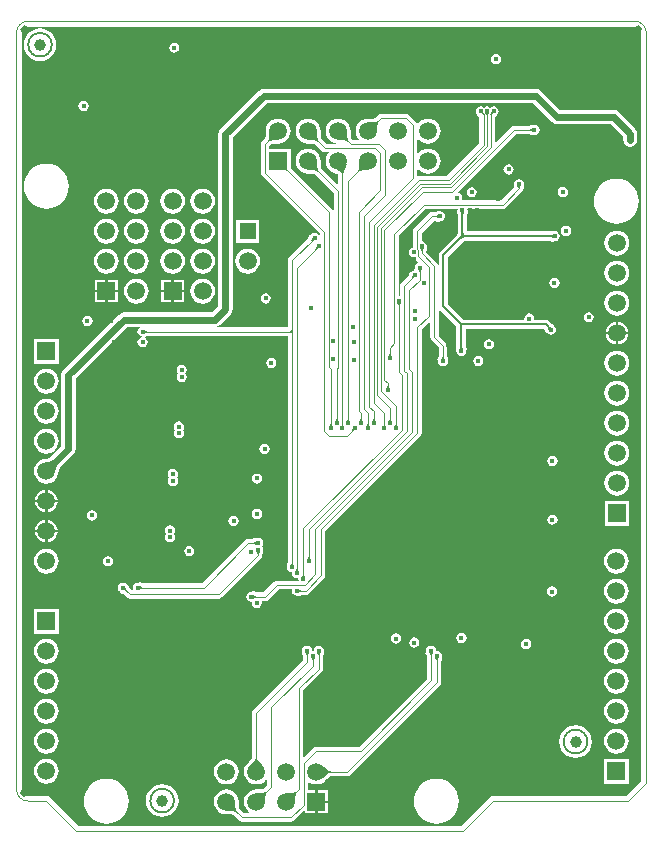
<source format=gbl>
%FSLAX44Y44*%
%MOMM*%
G71*
G01*
G75*
G04 Layer_Physical_Order=4*
G04 Layer_Color=16711680*
%ADD10C,0.1500*%
G04:AMPARAMS|DCode=11|XSize=0.6mm|YSize=0.5mm|CornerRadius=0.05mm|HoleSize=0mm|Usage=FLASHONLY|Rotation=0.000|XOffset=0mm|YOffset=0mm|HoleType=Round|Shape=RoundedRectangle|*
%AMROUNDEDRECTD11*
21,1,0.6000,0.4000,0,0,0.0*
21,1,0.5000,0.5000,0,0,0.0*
1,1,0.1000,0.2500,-0.2000*
1,1,0.1000,-0.2500,-0.2000*
1,1,0.1000,-0.2500,0.2000*
1,1,0.1000,0.2500,0.2000*
%
%ADD11ROUNDEDRECTD11*%
G04:AMPARAMS|DCode=12|XSize=0.6mm|YSize=0.5mm|CornerRadius=0.05mm|HoleSize=0mm|Usage=FLASHONLY|Rotation=270.000|XOffset=0mm|YOffset=0mm|HoleType=Round|Shape=RoundedRectangle|*
%AMROUNDEDRECTD12*
21,1,0.6000,0.4000,0,0,270.0*
21,1,0.5000,0.5000,0,0,270.0*
1,1,0.1000,-0.2000,-0.2500*
1,1,0.1000,-0.2000,0.2500*
1,1,0.1000,0.2000,0.2500*
1,1,0.1000,0.2000,-0.2500*
%
%ADD12ROUNDEDRECTD12*%
%ADD13O,0.9500X0.4000*%
G04:AMPARAMS|DCode=14|XSize=0.7mm|YSize=0.55mm|CornerRadius=0.055mm|HoleSize=0mm|Usage=FLASHONLY|Rotation=180.000|XOffset=0mm|YOffset=0mm|HoleType=Round|Shape=RoundedRectangle|*
%AMROUNDEDRECTD14*
21,1,0.7000,0.4400,0,0,180.0*
21,1,0.5900,0.5500,0,0,180.0*
1,1,0.1100,-0.2950,0.2200*
1,1,0.1100,0.2950,0.2200*
1,1,0.1100,0.2950,-0.2200*
1,1,0.1100,-0.2950,-0.2200*
%
%ADD14ROUNDEDRECTD14*%
G04:AMPARAMS|DCode=15|XSize=0.4mm|YSize=0.37mm|CornerRadius=0.037mm|HoleSize=0mm|Usage=FLASHONLY|Rotation=180.000|XOffset=0mm|YOffset=0mm|HoleType=Round|Shape=RoundedRectangle|*
%AMROUNDEDRECTD15*
21,1,0.4000,0.2960,0,0,180.0*
21,1,0.3260,0.3700,0,0,180.0*
1,1,0.0740,-0.1630,0.1480*
1,1,0.0740,0.1630,0.1480*
1,1,0.0740,0.1630,-0.1480*
1,1,0.0740,-0.1630,-0.1480*
%
%ADD15ROUNDEDRECTD15*%
G04:AMPARAMS|DCode=16|XSize=0.4mm|YSize=0.37mm|CornerRadius=0.037mm|HoleSize=0mm|Usage=FLASHONLY|Rotation=270.000|XOffset=0mm|YOffset=0mm|HoleType=Round|Shape=RoundedRectangle|*
%AMROUNDEDRECTD16*
21,1,0.4000,0.2960,0,0,270.0*
21,1,0.3260,0.3700,0,0,270.0*
1,1,0.0740,-0.1480,-0.1630*
1,1,0.0740,-0.1480,0.1630*
1,1,0.0740,0.1480,0.1630*
1,1,0.0740,0.1480,-0.1630*
%
%ADD16ROUNDEDRECTD16*%
G04:AMPARAMS|DCode=17|XSize=0.93mm|YSize=0.89mm|CornerRadius=0.089mm|HoleSize=0mm|Usage=FLASHONLY|Rotation=90.000|XOffset=0mm|YOffset=0mm|HoleType=Round|Shape=RoundedRectangle|*
%AMROUNDEDRECTD17*
21,1,0.9300,0.7120,0,0,90.0*
21,1,0.7520,0.8900,0,0,90.0*
1,1,0.1780,0.3560,0.3760*
1,1,0.1780,0.3560,-0.3760*
1,1,0.1780,-0.3560,-0.3760*
1,1,0.1780,-0.3560,0.3760*
%
%ADD17ROUNDEDRECTD17*%
%ADD18O,1.6500X0.3000*%
%ADD19O,0.3000X1.6500*%
%ADD20R,0.5400X0.7400*%
G04:AMPARAMS|DCode=21|XSize=0.7mm|YSize=0.55mm|CornerRadius=0.055mm|HoleSize=0mm|Usage=FLASHONLY|Rotation=90.000|XOffset=0mm|YOffset=0mm|HoleType=Round|Shape=RoundedRectangle|*
%AMROUNDEDRECTD21*
21,1,0.7000,0.4400,0,0,90.0*
21,1,0.5900,0.5500,0,0,90.0*
1,1,0.1100,0.2200,0.2950*
1,1,0.1100,0.2200,-0.2950*
1,1,0.1100,-0.2200,-0.2950*
1,1,0.1100,-0.2200,0.2950*
%
%ADD21ROUNDEDRECTD21*%
G04:AMPARAMS|DCode=22|XSize=1.3mm|YSize=3.5mm|CornerRadius=0.325mm|HoleSize=0mm|Usage=FLASHONLY|Rotation=180.000|XOffset=0mm|YOffset=0mm|HoleType=Round|Shape=RoundedRectangle|*
%AMROUNDEDRECTD22*
21,1,1.3000,2.8500,0,0,180.0*
21,1,0.6500,3.5000,0,0,180.0*
1,1,0.6500,-0.3250,1.4250*
1,1,0.6500,0.3250,1.4250*
1,1,0.6500,0.3250,-1.4250*
1,1,0.6500,-0.3250,-1.4250*
%
%ADD22ROUNDEDRECTD22*%
G04:AMPARAMS|DCode=23|XSize=0.3mm|YSize=0.6mm|CornerRadius=0.0495mm|HoleSize=0mm|Usage=FLASHONLY|Rotation=0.000|XOffset=0mm|YOffset=0mm|HoleType=Round|Shape=RoundedRectangle|*
%AMROUNDEDRECTD23*
21,1,0.3000,0.5010,0,0,0.0*
21,1,0.2010,0.6000,0,0,0.0*
1,1,0.0990,0.1005,-0.2505*
1,1,0.0990,-0.1005,-0.2505*
1,1,0.0990,-0.1005,0.2505*
1,1,0.0990,0.1005,0.2505*
%
%ADD23ROUNDEDRECTD23*%
G04:AMPARAMS|DCode=24|XSize=0.3mm|YSize=0.6mm|CornerRadius=0.0495mm|HoleSize=0mm|Usage=FLASHONLY|Rotation=270.000|XOffset=0mm|YOffset=0mm|HoleType=Round|Shape=RoundedRectangle|*
%AMROUNDEDRECTD24*
21,1,0.3000,0.5010,0,0,270.0*
21,1,0.2010,0.6000,0,0,270.0*
1,1,0.0990,-0.2505,-0.1005*
1,1,0.0990,-0.2505,0.1005*
1,1,0.0990,0.2505,0.1005*
1,1,0.0990,0.2505,-0.1005*
%
%ADD24ROUNDEDRECTD24*%
%ADD25R,2.2500X0.9000*%
G04:AMPARAMS|DCode=26|XSize=1.38mm|YSize=1.05mm|CornerRadius=0.105mm|HoleSize=0mm|Usage=FLASHONLY|Rotation=180.000|XOffset=0mm|YOffset=0mm|HoleType=Round|Shape=RoundedRectangle|*
%AMROUNDEDRECTD26*
21,1,1.3800,0.8400,0,0,180.0*
21,1,1.1700,1.0500,0,0,180.0*
1,1,0.2100,-0.5850,0.4200*
1,1,0.2100,0.5850,0.4200*
1,1,0.2100,0.5850,-0.4200*
1,1,0.2100,-0.5850,-0.4200*
%
%ADD26ROUNDEDRECTD26*%
%ADD27O,0.7600X1.6000*%
%ADD28O,0.6000X1.6000*%
G04:AMPARAMS|DCode=29|XSize=0.9mm|YSize=0.8mm|CornerRadius=0.08mm|HoleSize=0mm|Usage=FLASHONLY|Rotation=180.000|XOffset=0mm|YOffset=0mm|HoleType=Round|Shape=RoundedRectangle|*
%AMROUNDEDRECTD29*
21,1,0.9000,0.6400,0,0,180.0*
21,1,0.7400,0.8000,0,0,180.0*
1,1,0.1600,-0.3700,0.3200*
1,1,0.1600,0.3700,0.3200*
1,1,0.1600,0.3700,-0.3200*
1,1,0.1600,-0.3700,-0.3200*
%
%ADD29ROUNDEDRECTD29*%
%ADD30O,0.6000X1.4000*%
G04:AMPARAMS|DCode=31|XSize=1mm|YSize=1.4mm|CornerRadius=0.25mm|HoleSize=0mm|Usage=FLASHONLY|Rotation=180.000|XOffset=0mm|YOffset=0mm|HoleType=Round|Shape=RoundedRectangle|*
%AMROUNDEDRECTD31*
21,1,1.0000,0.9000,0,0,180.0*
21,1,0.5000,1.4000,0,0,180.0*
1,1,0.5000,-0.2500,0.4500*
1,1,0.5000,0.2500,0.4500*
1,1,0.5000,0.2500,-0.4500*
1,1,0.5000,-0.2500,-0.4500*
%
%ADD31ROUNDEDRECTD31*%
G04:AMPARAMS|DCode=32|XSize=1mm|YSize=1mm|CornerRadius=0.25mm|HoleSize=0mm|Usage=FLASHONLY|Rotation=180.000|XOffset=0mm|YOffset=0mm|HoleType=Round|Shape=RoundedRectangle|*
%AMROUNDEDRECTD32*
21,1,1.0000,0.5000,0,0,180.0*
21,1,0.5000,1.0000,0,0,180.0*
1,1,0.5000,-0.2500,0.2500*
1,1,0.5000,0.2500,0.2500*
1,1,0.5000,0.2500,-0.2500*
1,1,0.5000,-0.2500,-0.2500*
%
%ADD32ROUNDEDRECTD32*%
%ADD33R,4.4500X4.4500*%
%ADD34O,0.8200X0.2700*%
%ADD35O,0.2700X0.8200*%
G04:AMPARAMS|DCode=36|XSize=0.9mm|YSize=1mm|CornerRadius=0.09mm|HoleSize=0mm|Usage=FLASHONLY|Rotation=180.000|XOffset=0mm|YOffset=0mm|HoleType=Round|Shape=RoundedRectangle|*
%AMROUNDEDRECTD36*
21,1,0.9000,0.8200,0,0,180.0*
21,1,0.7200,1.0000,0,0,180.0*
1,1,0.1800,-0.3600,0.4100*
1,1,0.1800,0.3600,0.4100*
1,1,0.1800,0.3600,-0.4100*
1,1,0.1800,-0.3600,-0.4100*
%
%ADD36ROUNDEDRECTD36*%
G04:AMPARAMS|DCode=37|XSize=1.7mm|YSize=0.55mm|CornerRadius=0.055mm|HoleSize=0mm|Usage=FLASHONLY|Rotation=180.000|XOffset=0mm|YOffset=0mm|HoleType=Round|Shape=RoundedRectangle|*
%AMROUNDEDRECTD37*
21,1,1.7000,0.4400,0,0,180.0*
21,1,1.5900,0.5500,0,0,180.0*
1,1,0.1100,-0.7950,0.2200*
1,1,0.1100,0.7950,0.2200*
1,1,0.1100,0.7950,-0.2200*
1,1,0.1100,-0.7950,-0.2200*
%
%ADD37ROUNDEDRECTD37*%
%ADD38C,1.0000*%
%ADD39O,0.4000X1.3500*%
G04:AMPARAMS|DCode=40|XSize=2.3mm|YSize=1.9mm|CornerRadius=0.19mm|HoleSize=0mm|Usage=FLASHONLY|Rotation=180.000|XOffset=0mm|YOffset=0mm|HoleType=Round|Shape=RoundedRectangle|*
%AMROUNDEDRECTD40*
21,1,2.3000,1.5200,0,0,180.0*
21,1,1.9200,1.9000,0,0,180.0*
1,1,0.3800,-0.9600,0.7600*
1,1,0.3800,0.9600,0.7600*
1,1,0.3800,0.9600,-0.7600*
1,1,0.3800,-0.9600,-0.7600*
%
%ADD40ROUNDEDRECTD40*%
%ADD41R,1.8000X1.9000*%
G04:AMPARAMS|DCode=42|XSize=1.55mm|YSize=1.35mm|CornerRadius=0.135mm|HoleSize=0mm|Usage=FLASHONLY|Rotation=180.000|XOffset=0mm|YOffset=0mm|HoleType=Round|Shape=RoundedRectangle|*
%AMROUNDEDRECTD42*
21,1,1.5500,1.0800,0,0,180.0*
21,1,1.2800,1.3500,0,0,180.0*
1,1,0.2700,-0.6400,0.5400*
1,1,0.2700,0.6400,0.5400*
1,1,0.2700,0.6400,-0.5400*
1,1,0.2700,-0.6400,-0.5400*
%
%ADD42ROUNDEDRECTD42*%
G04:AMPARAMS|DCode=43|XSize=1.8mm|YSize=1.17mm|CornerRadius=0.117mm|HoleSize=0mm|Usage=FLASHONLY|Rotation=90.000|XOffset=0mm|YOffset=0mm|HoleType=Round|Shape=RoundedRectangle|*
%AMROUNDEDRECTD43*
21,1,1.8000,0.9360,0,0,90.0*
21,1,1.5660,1.1700,0,0,90.0*
1,1,0.2340,0.4680,0.7830*
1,1,0.2340,0.4680,-0.7830*
1,1,0.2340,-0.4680,-0.7830*
1,1,0.2340,-0.4680,0.7830*
%
%ADD43ROUNDEDRECTD43*%
G04:AMPARAMS|DCode=44|XSize=0.75mm|YSize=1.1mm|CornerRadius=0.075mm|HoleSize=0mm|Usage=FLASHONLY|Rotation=180.000|XOffset=0mm|YOffset=0mm|HoleType=Round|Shape=RoundedRectangle|*
%AMROUNDEDRECTD44*
21,1,0.7500,0.9500,0,0,180.0*
21,1,0.6000,1.1000,0,0,180.0*
1,1,0.1500,-0.3000,0.4750*
1,1,0.1500,0.3000,0.4750*
1,1,0.1500,0.3000,-0.4750*
1,1,0.1500,-0.3000,-0.4750*
%
%ADD44ROUNDEDRECTD44*%
G04:AMPARAMS|DCode=45|XSize=1.2mm|YSize=1mm|CornerRadius=0.1mm|HoleSize=0mm|Usage=FLASHONLY|Rotation=180.000|XOffset=0mm|YOffset=0mm|HoleType=Round|Shape=RoundedRectangle|*
%AMROUNDEDRECTD45*
21,1,1.2000,0.8000,0,0,180.0*
21,1,1.0000,1.0000,0,0,180.0*
1,1,0.2000,-0.5000,0.4000*
1,1,0.2000,0.5000,0.4000*
1,1,0.2000,0.5000,-0.4000*
1,1,0.2000,-0.5000,-0.4000*
%
%ADD45ROUNDEDRECTD45*%
G04:AMPARAMS|DCode=46|XSize=1.9mm|YSize=1.35mm|CornerRadius=0.135mm|HoleSize=0mm|Usage=FLASHONLY|Rotation=180.000|XOffset=0mm|YOffset=0mm|HoleType=Round|Shape=RoundedRectangle|*
%AMROUNDEDRECTD46*
21,1,1.9000,1.0800,0,0,180.0*
21,1,1.6300,1.3500,0,0,180.0*
1,1,0.2700,-0.8150,0.5400*
1,1,0.2700,0.8150,0.5400*
1,1,0.2700,0.8150,-0.5400*
1,1,0.2700,-0.8150,-0.5400*
%
%ADD46ROUNDEDRECTD46*%
G04:AMPARAMS|DCode=47|XSize=2mm|YSize=1.1mm|CornerRadius=0.11mm|HoleSize=0mm|Usage=FLASHONLY|Rotation=90.000|XOffset=0mm|YOffset=0mm|HoleType=Round|Shape=RoundedRectangle|*
%AMROUNDEDRECTD47*
21,1,2.0000,0.8800,0,0,90.0*
21,1,1.7800,1.1000,0,0,90.0*
1,1,0.2200,0.4400,0.8900*
1,1,0.2200,0.4400,-0.8900*
1,1,0.2200,-0.4400,-0.8900*
1,1,0.2200,-0.4400,0.8900*
%
%ADD47ROUNDEDRECTD47*%
G04:AMPARAMS|DCode=48|XSize=0.8mm|YSize=0.8mm|CornerRadius=0.08mm|HoleSize=0mm|Usage=FLASHONLY|Rotation=90.000|XOffset=0mm|YOffset=0mm|HoleType=Round|Shape=RoundedRectangle|*
%AMROUNDEDRECTD48*
21,1,0.8000,0.6400,0,0,90.0*
21,1,0.6400,0.8000,0,0,90.0*
1,1,0.1600,0.3200,0.3200*
1,1,0.1600,0.3200,-0.3200*
1,1,0.1600,-0.3200,-0.3200*
1,1,0.1600,-0.3200,0.3200*
%
%ADD48ROUNDEDRECTD48*%
G04:AMPARAMS|DCode=49|XSize=0.93mm|YSize=0.89mm|CornerRadius=0.089mm|HoleSize=0mm|Usage=FLASHONLY|Rotation=0.000|XOffset=0mm|YOffset=0mm|HoleType=Round|Shape=RoundedRectangle|*
%AMROUNDEDRECTD49*
21,1,0.9300,0.7120,0,0,0.0*
21,1,0.7520,0.8900,0,0,0.0*
1,1,0.1780,0.3760,-0.3560*
1,1,0.1780,-0.3760,-0.3560*
1,1,0.1780,-0.3760,0.3560*
1,1,0.1780,0.3760,0.3560*
%
%ADD49ROUNDEDRECTD49*%
%ADD50O,0.8000X1.4700*%
%ADD51C,0.1000*%
%ADD52C,0.2000*%
%ADD53C,0.3000*%
%ADD54C,0.1200*%
%ADD55C,0.5000*%
%ADD56R,1.5000X1.5000*%
%ADD57C,1.5000*%
%ADD58R,1.3500X1.3500*%
%ADD59R,1.5000X1.5000*%
%ADD60C,0.4500*%
%ADD61C,1.0000*%
%ADD62C,2.0000*%
%ADD63C,0.6000*%
G36*
X527118Y682240D02*
X528658Y681059D01*
X529840Y679518D01*
X530082Y678934D01*
X529161Y677556D01*
X528812Y675800D01*
Y42501D01*
X516300Y29988D01*
X403900D01*
X402144Y29639D01*
X400656Y28644D01*
X376600Y4588D01*
X52701D01*
X28644Y28644D01*
X27156Y29639D01*
X25400Y29988D01*
X10000D01*
X8244Y29639D01*
X6866Y28718D01*
X6282Y28960D01*
X4742Y30141D01*
X3560Y31682D01*
X3318Y32266D01*
X4239Y33644D01*
X4588Y35400D01*
Y675800D01*
X4239Y677556D01*
X3318Y678934D01*
X3560Y679518D01*
X4742Y681059D01*
X6282Y682240D01*
X6866Y682482D01*
X8244Y681561D01*
X10000Y681212D01*
X523400D01*
X525156Y681561D01*
X526534Y682482D01*
X527118Y682240D01*
D02*
G37*
%LPC*%
G36*
X508500Y305140D02*
X505759Y304780D01*
X503205Y303722D01*
X501011Y302039D01*
X499328Y299845D01*
X498270Y297291D01*
X497909Y294550D01*
X498270Y291809D01*
X499328Y289255D01*
X501011Y287061D01*
X503205Y285378D01*
X505759Y284320D01*
X508500Y283959D01*
X511241Y284320D01*
X513795Y285378D01*
X515989Y287061D01*
X517672Y289255D01*
X518730Y291809D01*
X519091Y294550D01*
X518730Y297291D01*
X517672Y299845D01*
X515989Y302039D01*
X513795Y303722D01*
X511241Y304780D01*
X508500Y305140D01*
D02*
G37*
G36*
X132500Y306833D02*
X130842Y306503D01*
X129436Y305564D01*
X128497Y304158D01*
X128167Y302500D01*
X128497Y300842D01*
X129393Y299500D01*
X128497Y298158D01*
X128167Y296500D01*
X128497Y294842D01*
X129436Y293436D01*
X130842Y292497D01*
X132500Y292167D01*
X134158Y292497D01*
X135564Y293436D01*
X136503Y294842D01*
X136833Y296500D01*
X136503Y298158D01*
X135607Y299500D01*
X136503Y300842D01*
X136833Y302500D01*
X136503Y304158D01*
X135564Y305564D01*
X134158Y306503D01*
X132500Y306833D01*
D02*
G37*
G36*
X24400Y288850D02*
X22920Y288655D01*
X20609Y287698D01*
X18625Y286175D01*
X17102Y284191D01*
X16144Y281880D01*
X15950Y280400D01*
X24400D01*
Y288850D01*
D02*
G37*
G36*
X26400D02*
Y280400D01*
X34850D01*
X34655Y281880D01*
X33698Y284191D01*
X32175Y286175D01*
X30191Y287698D01*
X27880Y288655D01*
X26400Y288850D01*
D02*
G37*
G36*
X508500Y330541D02*
X505759Y330180D01*
X503205Y329122D01*
X501011Y327439D01*
X499328Y325245D01*
X498270Y322691D01*
X497909Y319950D01*
X498270Y317209D01*
X499328Y314655D01*
X501011Y312461D01*
X503205Y310778D01*
X505759Y309720D01*
X508500Y309359D01*
X511241Y309720D01*
X513795Y310778D01*
X515989Y312461D01*
X517672Y314655D01*
X518730Y317209D01*
X519091Y319950D01*
X518730Y322691D01*
X517672Y325245D01*
X515989Y327439D01*
X513795Y329122D01*
X511241Y330180D01*
X508500Y330541D01*
D02*
G37*
G36*
X210100Y327833D02*
X208442Y327503D01*
X207036Y326564D01*
X206097Y325158D01*
X205767Y323500D01*
X206097Y321842D01*
X207036Y320436D01*
X208442Y319497D01*
X210100Y319167D01*
X211758Y319497D01*
X213164Y320436D01*
X214103Y321842D01*
X214433Y323500D01*
X214103Y325158D01*
X213164Y326564D01*
X211758Y327503D01*
X210100Y327833D01*
D02*
G37*
G36*
X203650Y302983D02*
X201992Y302653D01*
X200586Y301714D01*
X199647Y300308D01*
X199317Y298650D01*
X199647Y296992D01*
X200586Y295586D01*
X201992Y294647D01*
X203650Y294317D01*
X205308Y294647D01*
X206714Y295586D01*
X207653Y296992D01*
X207983Y298650D01*
X207653Y300308D01*
X206714Y301714D01*
X205308Y302653D01*
X203650Y302983D01*
D02*
G37*
G36*
X453850Y317683D02*
X452192Y317353D01*
X450786Y316414D01*
X449847Y315008D01*
X449517Y313350D01*
X449847Y311692D01*
X450786Y310286D01*
X452192Y309347D01*
X453850Y309017D01*
X455508Y309347D01*
X456914Y310286D01*
X457853Y311692D01*
X458183Y313350D01*
X457853Y315008D01*
X456914Y316414D01*
X455508Y317353D01*
X453850Y317683D01*
D02*
G37*
G36*
X34850Y278400D02*
X26400D01*
Y269950D01*
X27880Y270145D01*
X30191Y271102D01*
X32175Y272624D01*
X33698Y274609D01*
X34655Y276920D01*
X34850Y278400D01*
D02*
G37*
G36*
X183850Y266833D02*
X182191Y266504D01*
X180786Y265564D01*
X179846Y264158D01*
X179516Y262500D01*
X179846Y260842D01*
X180786Y259436D01*
X182191Y258497D01*
X183850Y258167D01*
X185508Y258497D01*
X186914Y259436D01*
X187853Y260842D01*
X188183Y262500D01*
X187853Y264158D01*
X186914Y265564D01*
X185508Y266504D01*
X183850Y266833D01*
D02*
G37*
G36*
X519000Y279650D02*
X498000D01*
Y258650D01*
X519000D01*
Y279650D01*
D02*
G37*
G36*
X24400Y263450D02*
X22920Y263256D01*
X20609Y262298D01*
X18625Y260776D01*
X17102Y258791D01*
X16144Y256480D01*
X15950Y255000D01*
X24400D01*
Y263450D01*
D02*
G37*
G36*
X26400D02*
Y255000D01*
X34850D01*
X34655Y256480D01*
X33698Y258791D01*
X32175Y260776D01*
X30191Y262298D01*
X27880Y263256D01*
X26400Y263450D01*
D02*
G37*
G36*
X203650Y272983D02*
X201992Y272653D01*
X200586Y271714D01*
X199647Y270308D01*
X199317Y268650D01*
X199647Y266992D01*
X200586Y265586D01*
X201992Y264647D01*
X203650Y264317D01*
X205308Y264647D01*
X206714Y265586D01*
X207653Y266992D01*
X207983Y268650D01*
X207653Y270308D01*
X206714Y271714D01*
X205308Y272653D01*
X203650Y272983D01*
D02*
G37*
G36*
X24400Y278400D02*
X15950D01*
X16144Y276920D01*
X17102Y274609D01*
X18625Y272624D01*
X20609Y271102D01*
X22920Y270145D01*
X24400Y269950D01*
Y278400D01*
D02*
G37*
G36*
X453850Y267983D02*
X452192Y267653D01*
X450786Y266714D01*
X449847Y265308D01*
X449517Y263650D01*
X449847Y261992D01*
X450786Y260586D01*
X452192Y259647D01*
X453850Y259317D01*
X455508Y259647D01*
X456914Y260586D01*
X457853Y261992D01*
X458183Y263650D01*
X457853Y265308D01*
X456914Y266714D01*
X455508Y267653D01*
X453850Y267983D01*
D02*
G37*
G36*
X63950Y271583D02*
X62292Y271253D01*
X60886Y270314D01*
X59947Y268908D01*
X59617Y267250D01*
X59947Y265592D01*
X60886Y264186D01*
X62292Y263247D01*
X63950Y262917D01*
X65608Y263247D01*
X67014Y264186D01*
X67953Y265592D01*
X68283Y267250D01*
X67953Y268908D01*
X67014Y270314D01*
X65608Y271253D01*
X63950Y271583D01*
D02*
G37*
G36*
X400000Y416533D02*
X398342Y416203D01*
X396936Y415264D01*
X395997Y413858D01*
X395667Y412200D01*
X395997Y410542D01*
X396936Y409136D01*
X398342Y408197D01*
X400000Y407867D01*
X401658Y408197D01*
X403064Y409136D01*
X404003Y410542D01*
X404333Y412200D01*
X404003Y413858D01*
X403064Y415264D01*
X401658Y416203D01*
X400000Y416533D01*
D02*
G37*
G36*
X106850Y418333D02*
X105191Y418003D01*
X103786Y417064D01*
X102846Y415658D01*
X102516Y414000D01*
X102846Y412341D01*
X103786Y410936D01*
X105191Y409996D01*
X106850Y409666D01*
X108508Y409996D01*
X109914Y410936D01*
X110853Y412341D01*
X111183Y414000D01*
X110853Y415658D01*
X109914Y417064D01*
X108508Y418003D01*
X106850Y418333D01*
D02*
G37*
G36*
X391100Y402333D02*
X389442Y402003D01*
X388036Y401064D01*
X387097Y399658D01*
X386767Y398000D01*
X387097Y396342D01*
X388036Y394936D01*
X389442Y393997D01*
X391100Y393667D01*
X392758Y393997D01*
X394164Y394936D01*
X395103Y396342D01*
X395433Y398000D01*
X395103Y399658D01*
X394164Y401064D01*
X392758Y402003D01*
X391100Y402333D01*
D02*
G37*
G36*
X35900Y416900D02*
X14900D01*
Y395900D01*
X35900D01*
Y416900D01*
D02*
G37*
G36*
X507500Y431000D02*
X506020Y430805D01*
X503709Y429848D01*
X501725Y428325D01*
X500202Y426341D01*
X499244Y424030D01*
X499050Y422550D01*
X507500D01*
Y431000D01*
D02*
G37*
G36*
X509500D02*
Y422550D01*
X517950D01*
X517755Y424030D01*
X516798Y426341D01*
X515275Y428325D01*
X513291Y429848D01*
X510980Y430805D01*
X509500Y431000D01*
D02*
G37*
G36*
X507500Y420550D02*
X499050D01*
X499244Y419070D01*
X500202Y416759D01*
X501725Y414774D01*
X503709Y413252D01*
X506020Y412294D01*
X507500Y412100D01*
Y420550D01*
D02*
G37*
G36*
X517950D02*
X509500D01*
Y412100D01*
X510980Y412294D01*
X513291Y413252D01*
X515275Y414774D01*
X516798Y416759D01*
X517755Y419070D01*
X517950Y420550D01*
D02*
G37*
G36*
X215800Y400684D02*
X214142Y400354D01*
X212736Y399414D01*
X211797Y398009D01*
X211467Y396350D01*
X211797Y394692D01*
X212736Y393286D01*
X214142Y392347D01*
X215800Y392017D01*
X217458Y392347D01*
X218864Y393286D01*
X219804Y394692D01*
X220133Y396350D01*
X219804Y398009D01*
X218864Y399414D01*
X217458Y400354D01*
X215800Y400684D01*
D02*
G37*
G36*
X508500Y355941D02*
X505759Y355580D01*
X503205Y354522D01*
X501011Y352839D01*
X499328Y350645D01*
X498270Y348091D01*
X497909Y345350D01*
X498270Y342609D01*
X499328Y340055D01*
X501011Y337861D01*
X503205Y336178D01*
X505759Y335120D01*
X508500Y334759D01*
X511241Y335120D01*
X513795Y336178D01*
X515989Y337861D01*
X517672Y340055D01*
X518730Y342609D01*
X519091Y345350D01*
X518730Y348091D01*
X517672Y350645D01*
X515989Y352839D01*
X513795Y354522D01*
X511241Y355580D01*
X508500Y355941D01*
D02*
G37*
G36*
X25400Y366191D02*
X22659Y365830D01*
X20105Y364772D01*
X17911Y363089D01*
X16228Y360895D01*
X15170Y358341D01*
X14809Y355600D01*
X15170Y352859D01*
X16228Y350305D01*
X17911Y348111D01*
X20105Y346428D01*
X22659Y345370D01*
X25400Y345009D01*
X28141Y345370D01*
X30695Y346428D01*
X32889Y348111D01*
X34572Y350305D01*
X35630Y352859D01*
X35991Y355600D01*
X35630Y358341D01*
X34572Y360895D01*
X32889Y363089D01*
X30695Y364772D01*
X28141Y365830D01*
X25400Y366191D01*
D02*
G37*
G36*
Y340791D02*
X22659Y340430D01*
X20105Y339372D01*
X17911Y337689D01*
X16228Y335495D01*
X15170Y332941D01*
X14809Y330200D01*
X15170Y327459D01*
X16228Y324905D01*
X17911Y322711D01*
X20105Y321028D01*
X22659Y319970D01*
X25400Y319609D01*
X28141Y319970D01*
X30695Y321028D01*
X32889Y322711D01*
X34572Y324905D01*
X35630Y327459D01*
X35991Y330200D01*
X35630Y332941D01*
X34572Y335495D01*
X32889Y337689D01*
X30695Y339372D01*
X28141Y340430D01*
X25400Y340791D01*
D02*
G37*
G36*
X137500Y346833D02*
X135842Y346503D01*
X134436Y345564D01*
X133497Y344158D01*
X133167Y342500D01*
X133497Y340842D01*
X134226Y339750D01*
X133497Y338658D01*
X133167Y337000D01*
X133497Y335342D01*
X134436Y333936D01*
X135842Y332997D01*
X137500Y332667D01*
X139158Y332997D01*
X140564Y333936D01*
X141503Y335342D01*
X141833Y337000D01*
X141503Y338658D01*
X140774Y339750D01*
X141503Y340842D01*
X141833Y342500D01*
X141503Y344158D01*
X140564Y345564D01*
X139158Y346503D01*
X137500Y346833D01*
D02*
G37*
G36*
X140000Y394833D02*
X138342Y394503D01*
X136936Y393564D01*
X135997Y392158D01*
X135667Y390500D01*
X135997Y388842D01*
X136893Y387500D01*
X135997Y386158D01*
X135667Y384500D01*
X135997Y382842D01*
X136936Y381436D01*
X138342Y380497D01*
X140000Y380167D01*
X141658Y380497D01*
X143064Y381436D01*
X144003Y382842D01*
X144333Y384500D01*
X144003Y386158D01*
X143107Y387500D01*
X144003Y388842D01*
X144333Y390500D01*
X144003Y392158D01*
X143064Y393564D01*
X141658Y394503D01*
X140000Y394833D01*
D02*
G37*
G36*
X508500Y406740D02*
X505759Y406380D01*
X503205Y405322D01*
X501011Y403639D01*
X499328Y401445D01*
X498270Y398891D01*
X497909Y396150D01*
X498270Y393409D01*
X499328Y390855D01*
X501011Y388661D01*
X503205Y386978D01*
X505759Y385920D01*
X508500Y385559D01*
X511241Y385920D01*
X513795Y386978D01*
X515989Y388661D01*
X517672Y390855D01*
X518730Y393409D01*
X519091Y396150D01*
X518730Y398891D01*
X517672Y401445D01*
X515989Y403639D01*
X513795Y405322D01*
X511241Y406380D01*
X508500Y406740D01*
D02*
G37*
G36*
Y381340D02*
X505759Y380980D01*
X503205Y379922D01*
X501011Y378239D01*
X499328Y376045D01*
X498270Y373491D01*
X497909Y370750D01*
X498270Y368009D01*
X499328Y365455D01*
X501011Y363261D01*
X503205Y361578D01*
X505759Y360520D01*
X508500Y360159D01*
X511241Y360520D01*
X513795Y361578D01*
X515989Y363261D01*
X517672Y365455D01*
X518730Y368009D01*
X519091Y370750D01*
X518730Y373491D01*
X517672Y376045D01*
X515989Y378239D01*
X513795Y379922D01*
X511241Y380980D01*
X508500Y381340D01*
D02*
G37*
G36*
X25400Y391591D02*
X22659Y391230D01*
X20105Y390172D01*
X17911Y388489D01*
X16228Y386295D01*
X15170Y383741D01*
X14809Y381000D01*
X15170Y378259D01*
X16228Y375705D01*
X17911Y373511D01*
X20105Y371828D01*
X22659Y370770D01*
X25400Y370409D01*
X28141Y370770D01*
X30695Y371828D01*
X32889Y373511D01*
X34572Y375705D01*
X35630Y378259D01*
X35991Y381000D01*
X35630Y383741D01*
X34572Y386295D01*
X32889Y388489D01*
X30695Y390172D01*
X28141Y391230D01*
X25400Y391591D01*
D02*
G37*
G36*
Y112191D02*
X22659Y111830D01*
X20105Y110772D01*
X17911Y109089D01*
X16228Y106895D01*
X15170Y104341D01*
X14809Y101600D01*
X15170Y98859D01*
X16228Y96305D01*
X17911Y94111D01*
X20105Y92428D01*
X22659Y91370D01*
X25400Y91009D01*
X28141Y91370D01*
X30695Y92428D01*
X32889Y94111D01*
X34572Y96305D01*
X35630Y98859D01*
X35991Y101600D01*
X35630Y104341D01*
X34572Y106895D01*
X32889Y109089D01*
X30695Y110772D01*
X28141Y111830D01*
X25400Y112191D01*
D02*
G37*
G36*
X508000D02*
X505259Y111830D01*
X502705Y110772D01*
X500511Y109089D01*
X498828Y106895D01*
X497770Y104341D01*
X497409Y101600D01*
X497770Y98859D01*
X498828Y96305D01*
X500511Y94111D01*
X502705Y92428D01*
X505259Y91370D01*
X508000Y91009D01*
X510741Y91370D01*
X513295Y92428D01*
X515489Y94111D01*
X517172Y96305D01*
X518230Y98859D01*
X518591Y101600D01*
X518230Y104341D01*
X517172Y106895D01*
X515489Y109089D01*
X513295Y110772D01*
X510741Y111830D01*
X508000Y112191D01*
D02*
G37*
G36*
X25400Y86791D02*
X22659Y86430D01*
X20105Y85372D01*
X17911Y83689D01*
X16228Y81495D01*
X15170Y78941D01*
X14809Y76200D01*
X15170Y73459D01*
X16228Y70905D01*
X17911Y68711D01*
X20105Y67028D01*
X22659Y65970D01*
X25400Y65609D01*
X28141Y65970D01*
X30695Y67028D01*
X32889Y68711D01*
X34572Y70905D01*
X35630Y73459D01*
X35991Y76200D01*
X35630Y78941D01*
X34572Y81495D01*
X32889Y83689D01*
X30695Y85372D01*
X28141Y86430D01*
X25400Y86791D01*
D02*
G37*
G36*
X508000D02*
X505259Y86430D01*
X502705Y85372D01*
X500511Y83689D01*
X498828Y81495D01*
X497770Y78941D01*
X497409Y76200D01*
X497770Y73459D01*
X498828Y70905D01*
X500511Y68711D01*
X502705Y67028D01*
X505259Y65970D01*
X508000Y65609D01*
X510741Y65970D01*
X513295Y67028D01*
X515489Y68711D01*
X517172Y70905D01*
X518230Y73459D01*
X518591Y76200D01*
X518230Y78941D01*
X517172Y81495D01*
X515489Y83689D01*
X513295Y85372D01*
X510741Y86430D01*
X508000Y86791D01*
D02*
G37*
G36*
X25400Y162991D02*
X22659Y162630D01*
X20105Y161572D01*
X17911Y159889D01*
X16228Y157695D01*
X15170Y155141D01*
X14809Y152400D01*
X15170Y149659D01*
X16228Y147105D01*
X17911Y144911D01*
X20105Y143228D01*
X22659Y142170D01*
X25400Y141809D01*
X28141Y142170D01*
X30695Y143228D01*
X32889Y144911D01*
X34572Y147105D01*
X35630Y149659D01*
X35991Y152400D01*
X35630Y155141D01*
X34572Y157695D01*
X32889Y159889D01*
X30695Y161572D01*
X28141Y162630D01*
X25400Y162991D01*
D02*
G37*
G36*
X508000D02*
X505259Y162630D01*
X502705Y161572D01*
X500511Y159889D01*
X498828Y157695D01*
X497770Y155141D01*
X497409Y152400D01*
X497770Y149659D01*
X498828Y147105D01*
X500511Y144911D01*
X502705Y143228D01*
X505259Y142170D01*
X508000Y141809D01*
X510741Y142170D01*
X513295Y143228D01*
X515489Y144911D01*
X517172Y147105D01*
X518230Y149659D01*
X518591Y152400D01*
X518230Y155141D01*
X517172Y157695D01*
X515489Y159889D01*
X513295Y161572D01*
X510741Y162630D01*
X508000Y162991D01*
D02*
G37*
G36*
X25400Y137591D02*
X22659Y137230D01*
X20105Y136172D01*
X17911Y134489D01*
X16228Y132295D01*
X15170Y129741D01*
X14809Y127000D01*
X15170Y124259D01*
X16228Y121705D01*
X17911Y119511D01*
X20105Y117828D01*
X22659Y116770D01*
X25400Y116409D01*
X28141Y116770D01*
X30695Y117828D01*
X32889Y119511D01*
X34572Y121705D01*
X35630Y124259D01*
X35991Y127000D01*
X35630Y129741D01*
X34572Y132295D01*
X32889Y134489D01*
X30695Y136172D01*
X28141Y137230D01*
X25400Y137591D01*
D02*
G37*
G36*
X508000D02*
X505259Y137230D01*
X502705Y136172D01*
X500511Y134489D01*
X498828Y132295D01*
X497770Y129741D01*
X497409Y127000D01*
X497770Y124259D01*
X498828Y121705D01*
X500511Y119511D01*
X502705Y117828D01*
X505259Y116770D01*
X508000Y116409D01*
X510741Y116770D01*
X513295Y117828D01*
X515489Y119511D01*
X517172Y121705D01*
X518230Y124259D01*
X518591Y127000D01*
X518230Y129741D01*
X517172Y132295D01*
X515489Y134489D01*
X513295Y136172D01*
X510741Y137230D01*
X508000Y137591D01*
D02*
G37*
G36*
X473400Y89669D02*
X469810Y89196D01*
X466466Y87811D01*
X463593Y85607D01*
X461389Y82734D01*
X460004Y79390D01*
X459531Y75800D01*
X460004Y72210D01*
X461389Y68866D01*
X463593Y65993D01*
X466466Y63789D01*
X469810Y62404D01*
X473400Y61931D01*
X476990Y62404D01*
X480334Y63789D01*
X483207Y65993D01*
X485411Y68866D01*
X486796Y72210D01*
X487269Y75800D01*
X486796Y79390D01*
X485411Y82734D01*
X483207Y85607D01*
X480334Y87811D01*
X476990Y89196D01*
X473400Y89669D01*
D02*
G37*
G36*
X123400Y39669D02*
X119810Y39196D01*
X116466Y37811D01*
X113593Y35607D01*
X111389Y32734D01*
X110004Y29390D01*
X109531Y25800D01*
X110004Y22211D01*
X111389Y18866D01*
X113593Y15993D01*
X116466Y13789D01*
X119810Y12404D01*
X123400Y11931D01*
X126989Y12404D01*
X130334Y13789D01*
X133207Y15993D01*
X135411Y18866D01*
X136796Y22211D01*
X137269Y25800D01*
X136796Y29390D01*
X135411Y32734D01*
X133207Y35607D01*
X130334Y37811D01*
X126989Y39196D01*
X123400Y39669D01*
D02*
G37*
G36*
X263500Y23900D02*
X255000D01*
Y15400D01*
X263500D01*
Y23900D01*
D02*
G37*
G36*
X76200Y44492D02*
X72475Y44125D01*
X68894Y43039D01*
X65593Y41274D01*
X62700Y38900D01*
X60326Y36007D01*
X58561Y32706D01*
X57475Y29125D01*
X57108Y25400D01*
X57475Y21675D01*
X58561Y18094D01*
X60326Y14793D01*
X62700Y11900D01*
X65593Y9526D01*
X68894Y7761D01*
X72475Y6675D01*
X76200Y6308D01*
X79925Y6675D01*
X83506Y7761D01*
X86807Y9526D01*
X89700Y11900D01*
X92074Y14793D01*
X93839Y18094D01*
X94925Y21675D01*
X95292Y25400D01*
X94925Y29125D01*
X93839Y32706D01*
X92074Y36007D01*
X89700Y38900D01*
X86807Y41274D01*
X83506Y43039D01*
X79925Y44125D01*
X76200Y44492D01*
D02*
G37*
G36*
X355600D02*
X351875Y44125D01*
X348294Y43039D01*
X344993Y41274D01*
X342100Y38900D01*
X339726Y36007D01*
X337961Y32706D01*
X336875Y29125D01*
X336508Y25400D01*
X336875Y21675D01*
X337961Y18094D01*
X339726Y14793D01*
X342100Y11900D01*
X344993Y9526D01*
X348294Y7761D01*
X351875Y6675D01*
X355600Y6308D01*
X359325Y6675D01*
X362906Y7761D01*
X366207Y9526D01*
X369100Y11900D01*
X371474Y14793D01*
X373239Y18094D01*
X374325Y21675D01*
X374692Y25400D01*
X374325Y29125D01*
X373239Y32706D01*
X371474Y36007D01*
X369100Y38900D01*
X366207Y41274D01*
X362906Y43039D01*
X359325Y44125D01*
X355600Y44492D01*
D02*
G37*
G36*
X25400Y61391D02*
X22659Y61030D01*
X20105Y59972D01*
X17911Y58289D01*
X16228Y56095D01*
X15170Y53541D01*
X14809Y50800D01*
X15170Y48059D01*
X16228Y45505D01*
X17911Y43311D01*
X20105Y41628D01*
X22659Y40570D01*
X25400Y40209D01*
X28141Y40570D01*
X30695Y41628D01*
X32889Y43311D01*
X34572Y45505D01*
X35630Y48059D01*
X35991Y50800D01*
X35630Y53541D01*
X34572Y56095D01*
X32889Y58289D01*
X30695Y59972D01*
X28141Y61030D01*
X25400Y61391D01*
D02*
G37*
G36*
X518500Y61300D02*
X497500D01*
Y40300D01*
X518500D01*
Y61300D01*
D02*
G37*
G36*
X263500Y34400D02*
X255000D01*
Y25900D01*
X263500D01*
Y34400D01*
D02*
G37*
G36*
X177800Y60891D02*
X175059Y60530D01*
X172505Y59472D01*
X170311Y57789D01*
X168628Y55595D01*
X167570Y53041D01*
X167209Y50300D01*
X167570Y47559D01*
X168628Y45005D01*
X170311Y42811D01*
X172505Y41128D01*
X175059Y40070D01*
X177800Y39709D01*
X180541Y40070D01*
X183095Y41128D01*
X185289Y42811D01*
X186972Y45005D01*
X188030Y47559D01*
X188391Y50300D01*
X188030Y53041D01*
X186972Y55595D01*
X185289Y57789D01*
X183095Y59472D01*
X180541Y60530D01*
X177800Y60891D01*
D02*
G37*
G36*
X508000Y239191D02*
X505259Y238830D01*
X502705Y237772D01*
X500511Y236089D01*
X498828Y233895D01*
X497770Y231341D01*
X497409Y228600D01*
X497770Y225859D01*
X498828Y223305D01*
X500511Y221111D01*
X502705Y219428D01*
X505259Y218370D01*
X508000Y218009D01*
X510741Y218370D01*
X513295Y219428D01*
X515489Y221111D01*
X517172Y223305D01*
X518230Y225859D01*
X518591Y228600D01*
X518230Y231341D01*
X517172Y233895D01*
X515489Y236089D01*
X513295Y237772D01*
X510741Y238830D01*
X508000Y239191D01*
D02*
G37*
G36*
X77650Y232733D02*
X75992Y232403D01*
X74586Y231464D01*
X73647Y230058D01*
X73317Y228400D01*
X73647Y226742D01*
X74586Y225336D01*
X75992Y224397D01*
X77650Y224067D01*
X79308Y224397D01*
X80714Y225336D01*
X81653Y226742D01*
X81983Y228400D01*
X81653Y230058D01*
X80714Y231464D01*
X79308Y232403D01*
X77650Y232733D01*
D02*
G37*
G36*
X202893Y248634D02*
X202325Y248521D01*
X201755Y248414D01*
X201740Y248404D01*
X201722Y248401D01*
X201240Y248079D01*
X200755Y247763D01*
X200598Y247609D01*
X200552Y247569D01*
X196500D01*
X195134Y247297D01*
X193977Y246523D01*
X157172Y209719D01*
X107004D01*
X106924Y209787D01*
X106795Y209913D01*
X106309Y210229D01*
X105827Y210551D01*
X105810Y210554D01*
X105795Y210564D01*
X105224Y210671D01*
X104657Y210784D01*
X104639Y210780D01*
X104622Y210784D01*
X104054Y210664D01*
X103486Y210551D01*
X103471Y210541D01*
X103454Y210537D01*
X103302Y210433D01*
X103050Y210483D01*
X101392Y210153D01*
X99986Y209214D01*
X99047Y207808D01*
X98717Y206150D01*
X99047Y204492D01*
X99270Y204157D01*
X99223Y204069D01*
X97478D01*
X95669Y205877D01*
X95661Y205983D01*
X95659Y206163D01*
X95539Y206730D01*
X95426Y207298D01*
X95416Y207313D01*
X95412Y207331D01*
X95084Y207810D01*
X94763Y208290D01*
X94748Y208300D01*
X94738Y208315D01*
X94251Y208633D01*
X93770Y208953D01*
X93753Y208957D01*
X93738Y208967D01*
X93557Y209001D01*
X93414Y209214D01*
X92008Y210153D01*
X90350Y210483D01*
X88692Y210153D01*
X87286Y209214D01*
X86347Y207808D01*
X86017Y206150D01*
X86347Y204492D01*
X87286Y203086D01*
X87499Y202943D01*
X87533Y202762D01*
X87543Y202747D01*
X87547Y202730D01*
X87868Y202249D01*
X88185Y201762D01*
X88200Y201752D01*
X88210Y201737D01*
X88691Y201416D01*
X89169Y201088D01*
X89187Y201084D01*
X89202Y201074D01*
X89771Y200961D01*
X90337Y200842D01*
X90557Y200839D01*
X90618Y200835D01*
X93477Y197977D01*
X94634Y197203D01*
X96000Y196931D01*
X171301D01*
X172666Y197203D01*
X173824Y197977D01*
X207023Y231176D01*
X207797Y232333D01*
X208068Y233699D01*
Y234046D01*
X208136Y234126D01*
X208262Y234255D01*
X208578Y234741D01*
X208901Y235223D01*
X208904Y235240D01*
X208914Y235255D01*
X209021Y235826D01*
X209133Y236393D01*
X209130Y236411D01*
X209133Y236428D01*
X209013Y236996D01*
X208901Y237564D01*
X208891Y237579D01*
X208887Y237596D01*
X208783Y237748D01*
X208833Y238000D01*
X208503Y239658D01*
X207607Y241000D01*
X208503Y242342D01*
X208833Y244000D01*
X208503Y245658D01*
X207564Y247064D01*
X206158Y248003D01*
X204500Y248333D01*
X204248Y248283D01*
X204096Y248387D01*
X204078Y248391D01*
X204063Y248401D01*
X203496Y248514D01*
X202928Y248634D01*
X202910Y248630D01*
X202893Y248634D01*
D02*
G37*
G36*
X25400Y239191D02*
X22659Y238830D01*
X20105Y237772D01*
X17911Y236089D01*
X16228Y233895D01*
X15170Y231341D01*
X14809Y228600D01*
X15170Y225859D01*
X16228Y223305D01*
X17911Y221111D01*
X20105Y219428D01*
X22659Y218370D01*
X25400Y218009D01*
X28141Y218370D01*
X30695Y219428D01*
X32889Y221111D01*
X34572Y223305D01*
X35630Y225859D01*
X35991Y228600D01*
X35630Y231341D01*
X34572Y233895D01*
X32889Y236089D01*
X30695Y237772D01*
X28141Y238830D01*
X25400Y239191D01*
D02*
G37*
G36*
X34850Y253000D02*
X26400D01*
Y244550D01*
X27880Y244744D01*
X30191Y245702D01*
X32175Y247225D01*
X33698Y249209D01*
X34655Y251520D01*
X34850Y253000D01*
D02*
G37*
G36*
X130000Y258833D02*
X128342Y258503D01*
X126936Y257564D01*
X125997Y256158D01*
X125667Y254500D01*
X125997Y252842D01*
X126726Y251750D01*
X125997Y250658D01*
X125667Y249000D01*
X125997Y247342D01*
X126936Y245936D01*
X128342Y244997D01*
X130000Y244667D01*
X131658Y244997D01*
X133064Y245936D01*
X134003Y247342D01*
X134333Y249000D01*
X134003Y250658D01*
X133274Y251750D01*
X134003Y252842D01*
X134333Y254500D01*
X134003Y256158D01*
X133064Y257564D01*
X131658Y258503D01*
X130000Y258833D01*
D02*
G37*
G36*
X146450Y241333D02*
X144792Y241003D01*
X143386Y240064D01*
X142447Y238658D01*
X142117Y237000D01*
X142447Y235342D01*
X143386Y233936D01*
X144792Y232997D01*
X146450Y232667D01*
X148108Y232997D01*
X149514Y233936D01*
X150453Y235342D01*
X150783Y237000D01*
X150453Y238658D01*
X149514Y240064D01*
X148108Y241003D01*
X146450Y241333D01*
D02*
G37*
G36*
X24400Y253000D02*
X15950D01*
X16144Y251520D01*
X17102Y249209D01*
X18625Y247225D01*
X20609Y245702D01*
X22920Y244744D01*
X24400Y244550D01*
Y253000D01*
D02*
G37*
G36*
X453500Y207183D02*
X451842Y206853D01*
X450436Y205914D01*
X449497Y204508D01*
X449167Y202850D01*
X449497Y201192D01*
X450436Y199786D01*
X451842Y198847D01*
X453500Y198517D01*
X455158Y198847D01*
X456564Y199786D01*
X457503Y201192D01*
X457833Y202850D01*
X457503Y204508D01*
X456564Y205914D01*
X455158Y206853D01*
X453500Y207183D01*
D02*
G37*
G36*
X336874Y163959D02*
X335216Y163629D01*
X333810Y162690D01*
X332871Y161284D01*
X332541Y159626D01*
X332871Y157967D01*
X333810Y156562D01*
X335216Y155622D01*
X336874Y155292D01*
X338533Y155622D01*
X339939Y156562D01*
X340878Y157967D01*
X341208Y159626D01*
X340878Y161284D01*
X339939Y162690D01*
X338533Y163629D01*
X336874Y163959D01*
D02*
G37*
G36*
X321375Y167408D02*
X319716Y167078D01*
X318310Y166138D01*
X317371Y164733D01*
X317041Y163074D01*
X317371Y161416D01*
X318310Y160010D01*
X319716Y159071D01*
X321375Y158741D01*
X323033Y159071D01*
X324439Y160010D01*
X325378Y161416D01*
X325708Y163074D01*
X325378Y164733D01*
X324439Y166138D01*
X323033Y167078D01*
X321375Y167408D01*
D02*
G37*
G36*
X256100Y156969D02*
X254734Y156697D01*
X254446Y156504D01*
X254442Y156503D01*
X253036Y155564D01*
X252097Y154158D01*
X251767Y152500D01*
X251770Y152485D01*
X251699Y152414D01*
X251100Y152533D01*
X250501Y152414D01*
X250440Y152475D01*
X250433Y152502D01*
X250103Y154158D01*
X249164Y155564D01*
X247758Y156503D01*
X246100Y156833D01*
X244442Y156503D01*
X243036Y155564D01*
X242097Y154158D01*
X241767Y152500D01*
X241817Y152248D01*
X241713Y152096D01*
X241709Y152079D01*
X241699Y152064D01*
X241586Y151496D01*
X241466Y150928D01*
X241470Y150911D01*
X241466Y150893D01*
X241579Y150326D01*
X241686Y149755D01*
X241696Y149740D01*
X241699Y149723D01*
X242021Y149241D01*
X242337Y148755D01*
X242491Y148598D01*
X242531Y148553D01*
Y144578D01*
X200677Y102723D01*
X199903Y101566D01*
X199631Y100200D01*
Y62444D01*
X199543Y62248D01*
X199339Y61891D01*
X199022Y61419D01*
X198627Y60897D01*
X196628Y58662D01*
X195906Y57938D01*
X195711Y57789D01*
X194028Y55595D01*
X192970Y53041D01*
X192609Y50300D01*
X192970Y47559D01*
X194028Y45005D01*
X195711Y42811D01*
X197905Y41128D01*
X200459Y40070D01*
X203200Y39709D01*
X205941Y40070D01*
X208495Y41128D01*
X210689Y42811D01*
X212235Y44827D01*
X212330Y44795D01*
Y39077D01*
X209264Y36010D01*
X209062Y35934D01*
X208666Y35826D01*
X208108Y35717D01*
X207460Y35627D01*
X204466Y35460D01*
X203443Y35459D01*
X203200Y35491D01*
X200459Y35130D01*
X197905Y34072D01*
X195711Y32389D01*
X194028Y30195D01*
X192970Y27641D01*
X192609Y24900D01*
X192970Y22159D01*
X194028Y19605D01*
X195711Y17411D01*
X197905Y15728D01*
X199019Y15267D01*
X199000Y15169D01*
X192578D01*
X188911Y18836D01*
X188834Y19038D01*
X188726Y19434D01*
X188617Y19992D01*
X188527Y20640D01*
X188360Y23634D01*
X188359Y24657D01*
X188391Y24900D01*
X188030Y27641D01*
X186972Y30195D01*
X185289Y32389D01*
X183095Y34072D01*
X180541Y35130D01*
X177800Y35491D01*
X175059Y35130D01*
X172505Y34072D01*
X170311Y32389D01*
X168628Y30195D01*
X167570Y27641D01*
X167209Y24900D01*
X167570Y22159D01*
X168628Y19605D01*
X170311Y17411D01*
X172505Y15728D01*
X175059Y14670D01*
X177800Y14309D01*
X178027Y14339D01*
X180194Y14311D01*
X182034Y14176D01*
X182708Y14083D01*
X183266Y13974D01*
X183662Y13866D01*
X183864Y13789D01*
X188577Y9077D01*
X189734Y8303D01*
X191100Y8031D01*
X232900D01*
X234266Y8303D01*
X235423Y9077D01*
X244408Y18061D01*
X244500Y18023D01*
Y15400D01*
X253000D01*
Y24900D01*
Y34400D01*
X246869D01*
Y42424D01*
X246958Y42468D01*
X248705Y41128D01*
X251259Y40070D01*
X254000Y39709D01*
X256741Y40070D01*
X259295Y41128D01*
X261489Y42811D01*
X261628Y42993D01*
X263180Y44505D01*
X264576Y45711D01*
X265119Y46122D01*
X265591Y46439D01*
X265948Y46643D01*
X266144Y46731D01*
X280300D01*
X281666Y47003D01*
X282823Y47777D01*
X358523Y123477D01*
X359297Y124634D01*
X359569Y126000D01*
Y144246D01*
X359637Y144326D01*
X359763Y144455D01*
X360079Y144941D01*
X360401Y145423D01*
X360404Y145440D01*
X360414Y145455D01*
X360521Y146026D01*
X360634Y146593D01*
X360630Y146611D01*
X360634Y146628D01*
X360514Y147197D01*
X360401Y147764D01*
X360391Y147779D01*
X360387Y147796D01*
X360283Y147948D01*
X360333Y148200D01*
X360003Y149858D01*
X359064Y151264D01*
X357658Y152203D01*
X356000Y152533D01*
X355401Y152414D01*
X355340Y152475D01*
X355333Y152502D01*
X355003Y154158D01*
X354064Y155564D01*
X352658Y156503D01*
X351000Y156833D01*
X349342Y156503D01*
X347936Y155564D01*
X346997Y154158D01*
X346667Y152500D01*
X346717Y152248D01*
X346613Y152096D01*
X346609Y152079D01*
X346599Y152064D01*
X346486Y151496D01*
X346366Y150928D01*
X346370Y150911D01*
X346366Y150893D01*
X346479Y150326D01*
X346586Y149755D01*
X346596Y149740D01*
X346599Y149723D01*
X346921Y149241D01*
X347237Y148755D01*
X347391Y148598D01*
X347431Y148553D01*
Y129106D01*
X289894Y71569D01*
X253500D01*
X252134Y71297D01*
X250977Y70523D01*
X243161Y62708D01*
X243069Y62746D01*
Y119522D01*
X258623Y135077D01*
X259397Y136234D01*
X259669Y137600D01*
Y148546D01*
X259737Y148626D01*
X259863Y148755D01*
X260179Y149241D01*
X260501Y149723D01*
X260504Y149740D01*
X260514Y149755D01*
X260621Y150326D01*
X260734Y150893D01*
X260730Y150911D01*
X260734Y150928D01*
X260614Y151496D01*
X260501Y152064D01*
X260491Y152079D01*
X260487Y152096D01*
X260383Y152248D01*
X260433Y152500D01*
X260103Y154158D01*
X259164Y155564D01*
X257758Y156503D01*
X257754Y156504D01*
X257466Y156697D01*
X256100Y156969D01*
D02*
G37*
G36*
X431650Y162833D02*
X429992Y162503D01*
X428586Y161564D01*
X427647Y160158D01*
X427317Y158500D01*
X427647Y156842D01*
X428586Y155436D01*
X429992Y154497D01*
X431650Y154167D01*
X433308Y154497D01*
X434714Y155436D01*
X435653Y156842D01*
X435983Y158500D01*
X435653Y160158D01*
X434714Y161564D01*
X433308Y162503D01*
X431650Y162833D01*
D02*
G37*
G36*
X35900Y188300D02*
X14900D01*
Y167300D01*
X35900D01*
Y188300D01*
D02*
G37*
G36*
X508000Y213791D02*
X505259Y213430D01*
X502705Y212372D01*
X500511Y210689D01*
X498828Y208495D01*
X497770Y205941D01*
X497409Y203200D01*
X497770Y200459D01*
X498828Y197905D01*
X500511Y195711D01*
X502705Y194028D01*
X505259Y192970D01*
X508000Y192609D01*
X510741Y192970D01*
X513295Y194028D01*
X515489Y195711D01*
X517172Y197905D01*
X518230Y200459D01*
X518591Y203200D01*
X518230Y205941D01*
X517172Y208495D01*
X515489Y210689D01*
X513295Y212372D01*
X510741Y213430D01*
X508000Y213791D01*
D02*
G37*
G36*
X376774Y167908D02*
X375116Y167578D01*
X373710Y166638D01*
X372771Y165233D01*
X372441Y163574D01*
X372771Y161916D01*
X373710Y160510D01*
X375116Y159571D01*
X376774Y159241D01*
X378433Y159571D01*
X379838Y160510D01*
X380778Y161916D01*
X381108Y163574D01*
X380778Y165233D01*
X379838Y166638D01*
X378433Y167578D01*
X376774Y167908D01*
D02*
G37*
G36*
X508000Y188391D02*
X505259Y188030D01*
X502705Y186972D01*
X500511Y185289D01*
X498828Y183095D01*
X497770Y180541D01*
X497409Y177800D01*
X497770Y175059D01*
X498828Y172505D01*
X500511Y170311D01*
X502705Y168628D01*
X505259Y167570D01*
X508000Y167209D01*
X510741Y167570D01*
X513295Y168628D01*
X515489Y170311D01*
X517172Y172505D01*
X518230Y175059D01*
X518591Y177800D01*
X518230Y180541D01*
X517172Y183095D01*
X515489Y185289D01*
X513295Y186972D01*
X510741Y188030D01*
X508000Y188391D01*
D02*
G37*
G36*
X157700Y493191D02*
X154959Y492830D01*
X152405Y491772D01*
X150211Y490089D01*
X148528Y487895D01*
X147470Y485341D01*
X147109Y482600D01*
X147470Y479859D01*
X148528Y477305D01*
X150211Y475111D01*
X152405Y473428D01*
X154959Y472370D01*
X157700Y472009D01*
X160441Y472370D01*
X162995Y473428D01*
X165189Y475111D01*
X166872Y477305D01*
X167930Y479859D01*
X168291Y482600D01*
X167930Y485341D01*
X166872Y487895D01*
X165189Y490089D01*
X162995Y491772D01*
X160441Y492830D01*
X157700Y493191D01*
D02*
G37*
G36*
X132300D02*
X129559Y492830D01*
X127005Y491772D01*
X124811Y490089D01*
X123128Y487895D01*
X122070Y485341D01*
X121709Y482600D01*
X122070Y479859D01*
X123128Y477305D01*
X124811Y475111D01*
X127005Y473428D01*
X129559Y472370D01*
X132300Y472009D01*
X135041Y472370D01*
X137595Y473428D01*
X139789Y475111D01*
X141472Y477305D01*
X142530Y479859D01*
X142891Y482600D01*
X142530Y485341D01*
X141472Y487895D01*
X139789Y490089D01*
X137595Y491772D01*
X135041Y492830D01*
X132300Y493191D01*
D02*
G37*
G36*
X101600D02*
X98859Y492830D01*
X96305Y491772D01*
X94111Y490089D01*
X92428Y487895D01*
X91370Y485341D01*
X91009Y482600D01*
X91370Y479859D01*
X92428Y477305D01*
X94111Y475111D01*
X96305Y473428D01*
X98859Y472370D01*
X101600Y472009D01*
X104341Y472370D01*
X106895Y473428D01*
X109089Y475111D01*
X110772Y477305D01*
X111830Y479859D01*
X112191Y482600D01*
X111830Y485341D01*
X110772Y487895D01*
X109089Y490089D01*
X106895Y491772D01*
X104341Y492830D01*
X101600Y493191D01*
D02*
G37*
G36*
X76200Y518591D02*
X73459Y518230D01*
X70905Y517172D01*
X68711Y515489D01*
X67028Y513295D01*
X65970Y510741D01*
X65609Y508000D01*
X65970Y505259D01*
X67028Y502705D01*
X68711Y500511D01*
X70905Y498828D01*
X73459Y497770D01*
X76200Y497409D01*
X78941Y497770D01*
X81495Y498828D01*
X83689Y500511D01*
X85372Y502705D01*
X86430Y505259D01*
X86791Y508000D01*
X86430Y510741D01*
X85372Y513295D01*
X83689Y515489D01*
X81495Y517172D01*
X78941Y518230D01*
X76200Y518591D01*
D02*
G37*
G36*
X508500Y508340D02*
X505759Y507980D01*
X503205Y506922D01*
X501011Y505239D01*
X499328Y503045D01*
X498270Y500491D01*
X497909Y497750D01*
X498270Y495009D01*
X499328Y492455D01*
X501011Y490261D01*
X503205Y488578D01*
X505759Y487520D01*
X508500Y487159D01*
X511241Y487520D01*
X513795Y488578D01*
X515989Y490261D01*
X517672Y492455D01*
X518730Y495009D01*
X519091Y497750D01*
X518730Y500491D01*
X517672Y503045D01*
X515989Y505239D01*
X513795Y506922D01*
X511241Y507980D01*
X508500Y508340D01*
D02*
G37*
G36*
X195800Y493191D02*
X193059Y492830D01*
X190505Y491772D01*
X188311Y490089D01*
X186628Y487895D01*
X185570Y485341D01*
X185209Y482600D01*
X185570Y479859D01*
X186628Y477305D01*
X188311Y475111D01*
X190505Y473428D01*
X193059Y472370D01*
X195800Y472009D01*
X198541Y472370D01*
X201095Y473428D01*
X203289Y475111D01*
X204972Y477305D01*
X206030Y479859D01*
X206391Y482600D01*
X206030Y485341D01*
X204972Y487895D01*
X203289Y490089D01*
X201095Y491772D01*
X198541Y492830D01*
X195800Y493191D01*
D02*
G37*
G36*
X76200D02*
X73459Y492830D01*
X70905Y491772D01*
X68711Y490089D01*
X67028Y487895D01*
X65970Y485341D01*
X65609Y482600D01*
X65970Y479859D01*
X67028Y477305D01*
X68711Y475111D01*
X70905Y473428D01*
X73459Y472370D01*
X76200Y472009D01*
X78941Y472370D01*
X81495Y473428D01*
X83689Y475111D01*
X85372Y477305D01*
X86430Y479859D01*
X86791Y482600D01*
X86430Y485341D01*
X85372Y487895D01*
X83689Y490089D01*
X81495Y491772D01*
X78941Y492830D01*
X76200Y493191D01*
D02*
G37*
G36*
X131300Y466700D02*
X122800D01*
Y458200D01*
X131300D01*
Y466700D01*
D02*
G37*
G36*
X85700D02*
X77200D01*
Y458200D01*
X85700D01*
Y466700D01*
D02*
G37*
G36*
X440000Y628618D02*
X209500D01*
X207159Y628152D01*
X205174Y626826D01*
X172674Y594326D01*
X171348Y592341D01*
X170882Y590000D01*
Y444534D01*
X165466Y439118D01*
X91000D01*
X88659Y438652D01*
X86674Y437326D01*
X39674Y390326D01*
X38348Y388341D01*
X37882Y386000D01*
Y325934D01*
X28420Y316471D01*
X28356Y316419D01*
X27973Y316144D01*
X27602Y315918D01*
X27244Y315736D01*
X26895Y315595D01*
X26552Y315489D01*
X26210Y315416D01*
X25863Y315373D01*
X25600Y315364D01*
X25400Y315391D01*
X22659Y315030D01*
X20105Y313972D01*
X17911Y312289D01*
X16228Y310095D01*
X15170Y307541D01*
X14809Y304800D01*
X15170Y302059D01*
X16228Y299505D01*
X17911Y297311D01*
X20105Y295628D01*
X22659Y294570D01*
X25400Y294209D01*
X28141Y294570D01*
X30695Y295628D01*
X32889Y297311D01*
X34572Y299505D01*
X35630Y302059D01*
X35991Y304800D01*
X35964Y305000D01*
X35973Y305263D01*
X36016Y305610D01*
X36089Y305952D01*
X36195Y306294D01*
X36336Y306644D01*
X36518Y307002D01*
X36744Y307373D01*
X37019Y307757D01*
X37071Y307820D01*
X48326Y319074D01*
X49652Y321059D01*
X50118Y323400D01*
Y383466D01*
X93534Y426883D01*
X104839D01*
X104868Y426787D01*
X103786Y426064D01*
X102846Y424658D01*
X102516Y423000D01*
X102846Y421341D01*
X103786Y419936D01*
X105191Y418996D01*
X106850Y418666D01*
X107102Y418717D01*
X107254Y418612D01*
X107271Y418609D01*
X107286Y418599D01*
X107853Y418486D01*
X108421Y418366D01*
X108439Y418369D01*
X108457Y418366D01*
X109024Y418479D01*
X109594Y418586D01*
X109609Y418595D01*
X109627Y418599D01*
X110109Y418921D01*
X110594Y419237D01*
X110751Y419391D01*
X110797Y419431D01*
X229931D01*
Y227454D01*
X229863Y227374D01*
X229737Y227245D01*
X229421Y226759D01*
X229099Y226277D01*
X229096Y226260D01*
X229086Y226245D01*
X228979Y225674D01*
X228866Y225107D01*
X228870Y225089D01*
X228866Y225072D01*
X228986Y224503D01*
X229099Y223936D01*
X229109Y223921D01*
X229113Y223904D01*
X229217Y223752D01*
X229167Y223500D01*
X229497Y221842D01*
X230436Y220436D01*
X231842Y219497D01*
X233035Y219259D01*
X233099Y218936D01*
X233109Y218921D01*
X233113Y218904D01*
X233217Y218752D01*
X233167Y218500D01*
X233497Y216842D01*
X234436Y215436D01*
X235842Y214497D01*
X237500Y214167D01*
X238513Y214368D01*
X238599Y213936D01*
X238609Y213921D01*
X238613Y213904D01*
X238717Y213752D01*
X238667Y213500D01*
X238936Y212146D01*
X238873Y212069D01*
X220500D01*
X219134Y211797D01*
X217977Y211023D01*
X209022Y202069D01*
X202954D01*
X202874Y202137D01*
X202745Y202263D01*
X202259Y202579D01*
X201777Y202901D01*
X201760Y202904D01*
X201745Y202914D01*
X201174Y203021D01*
X200607Y203134D01*
X200589Y203130D01*
X200572Y203134D01*
X200004Y203014D01*
X199436Y202901D01*
X199421Y202891D01*
X199404Y202887D01*
X199252Y202783D01*
X199000Y202833D01*
X197342Y202503D01*
X195936Y201564D01*
X194997Y200158D01*
X194667Y198500D01*
X194997Y196842D01*
X195936Y195436D01*
X197342Y194497D01*
X199000Y194167D01*
X199252Y194217D01*
X199372Y194134D01*
X199191Y193224D01*
X199521Y191566D01*
X200461Y190160D01*
X201866Y189221D01*
X203525Y188891D01*
X205183Y189221D01*
X206589Y190160D01*
X207528Y191566D01*
X207858Y193224D01*
X207538Y194831D01*
X207607Y194931D01*
X210500D01*
X211866Y195203D01*
X213023Y195977D01*
X221978Y204931D01*
X233373D01*
X233436Y204854D01*
X233167Y203500D01*
X233497Y201842D01*
X234436Y200436D01*
X235842Y199497D01*
X237500Y199167D01*
X237752Y199217D01*
X237904Y199113D01*
X237921Y199109D01*
X237936Y199099D01*
X238503Y198986D01*
X239072Y198866D01*
X239089Y198870D01*
X239107Y198866D01*
X239674Y198979D01*
X240245Y199086D01*
X240260Y199096D01*
X240277Y199099D01*
X240759Y199421D01*
X241245Y199737D01*
X241402Y199891D01*
X241447Y199931D01*
X245000D01*
X246366Y200203D01*
X247523Y200977D01*
X260523Y213977D01*
X261297Y215134D01*
X261569Y216500D01*
Y254022D01*
X342023Y334477D01*
X342797Y335634D01*
X343069Y337000D01*
Y425022D01*
X350339Y432292D01*
X350431Y432254D01*
Y418000D01*
X350703Y416634D01*
X351477Y415477D01*
X357531Y409422D01*
Y401954D01*
X357463Y401874D01*
X357337Y401745D01*
X357021Y401259D01*
X356699Y400777D01*
X356696Y400760D01*
X356686Y400745D01*
X356579Y400174D01*
X356466Y399607D01*
X356470Y399589D01*
X356466Y399572D01*
X356586Y399003D01*
X356699Y398436D01*
X356709Y398421D01*
X356713Y398404D01*
X356817Y398252D01*
X356767Y398000D01*
X357097Y396342D01*
X358036Y394936D01*
X359442Y393997D01*
X361100Y393667D01*
X362758Y393997D01*
X364164Y394936D01*
X365103Y396342D01*
X365433Y398000D01*
X365383Y398252D01*
X365487Y398404D01*
X365491Y398421D01*
X365501Y398436D01*
X365614Y399003D01*
X365734Y399572D01*
X365730Y399589D01*
X365734Y399607D01*
X365621Y400174D01*
X365514Y400745D01*
X365504Y400760D01*
X365501Y400777D01*
X365179Y401259D01*
X364863Y401745D01*
X364709Y401902D01*
X364669Y401947D01*
Y410900D01*
X364397Y412266D01*
X363623Y413423D01*
X357569Y419478D01*
Y443454D01*
X357668Y443464D01*
X357781Y442898D01*
X357832Y442639D01*
X358716Y441316D01*
X372572Y427461D01*
Y409914D01*
X372545Y409870D01*
X372249Y409427D01*
X372236Y409362D01*
X372202Y409305D01*
X372120Y408779D01*
X372016Y408257D01*
X372029Y408192D01*
X372019Y408126D01*
X372145Y407608D01*
X372249Y407086D01*
X372286Y407031D01*
X372302Y406966D01*
X372363Y406883D01*
X372317Y406650D01*
X372647Y404992D01*
X373586Y403586D01*
X374992Y402647D01*
X376650Y402317D01*
X378308Y402647D01*
X379714Y403586D01*
X380653Y404992D01*
X380983Y406650D01*
X380937Y406883D01*
X380998Y406966D01*
X381014Y407031D01*
X381051Y407086D01*
X381155Y407608D01*
X381281Y408126D01*
X381271Y408192D01*
X381284Y408257D01*
X381180Y408779D01*
X381099Y409305D01*
X381064Y409362D01*
X381051Y409427D01*
X380755Y409870D01*
X380728Y409914D01*
Y424922D01*
X446311D01*
X447308Y423924D01*
X447320Y423874D01*
X447424Y423352D01*
X447461Y423297D01*
X447477Y423232D01*
X447792Y422802D01*
X448087Y422360D01*
X448143Y422323D01*
X448182Y422269D01*
X448637Y421992D01*
X449080Y421697D01*
X449145Y421684D01*
X449202Y421649D01*
X449304Y421633D01*
X449436Y421436D01*
X450842Y420497D01*
X452500Y420167D01*
X454158Y420497D01*
X455564Y421436D01*
X456503Y422842D01*
X456833Y424500D01*
X456503Y426158D01*
X455564Y427564D01*
X455367Y427696D01*
X455351Y427798D01*
X455316Y427855D01*
X455303Y427920D01*
X455008Y428363D01*
X454731Y428818D01*
X454677Y428857D01*
X454640Y428913D01*
X454198Y429208D01*
X453768Y429523D01*
X453703Y429539D01*
X453648Y429576D01*
X453126Y429680D01*
X453076Y429692D01*
X450884Y431884D01*
X449561Y432768D01*
X449302Y432819D01*
X448000Y433078D01*
X448000Y433078D01*
X438529D01*
X438465Y433156D01*
X438633Y434000D01*
X438303Y435658D01*
X437364Y437064D01*
X435958Y438003D01*
X434300Y438333D01*
X432642Y438003D01*
X431236Y437064D01*
X430297Y435658D01*
X429967Y434000D01*
X430135Y433156D01*
X430071Y433078D01*
X378489D01*
X365678Y445889D01*
Y485911D01*
X379071Y499303D01*
X379107Y499332D01*
X379218Y499408D01*
X379326Y499469D01*
X379432Y499518D01*
X379543Y499558D01*
X379661Y499591D01*
X379793Y499617D01*
X379840Y499622D01*
X452436D01*
X452480Y499595D01*
X452923Y499299D01*
X452988Y499286D01*
X453045Y499252D01*
X453571Y499170D01*
X454093Y499066D01*
X454158Y499079D01*
X454224Y499069D01*
X454742Y499195D01*
X455264Y499299D01*
X455319Y499336D01*
X455384Y499352D01*
X455467Y499413D01*
X455700Y499367D01*
X457358Y499697D01*
X458764Y500636D01*
X459703Y502042D01*
X460033Y503700D01*
X459703Y505358D01*
X458764Y506764D01*
X457358Y507703D01*
X455700Y508033D01*
X455467Y507987D01*
X455384Y508048D01*
X455319Y508064D01*
X455264Y508101D01*
X454742Y508205D01*
X454224Y508331D01*
X454158Y508321D01*
X454093Y508334D01*
X453571Y508230D01*
X453045Y508148D01*
X452988Y508114D01*
X452923Y508101D01*
X452480Y507805D01*
X452436Y507778D01*
X381778D01*
Y522336D01*
X381805Y522380D01*
X382101Y522823D01*
X382114Y522888D01*
X382148Y522945D01*
X382230Y523471D01*
X382334Y523993D01*
X382321Y524058D01*
X382331Y524124D01*
X382205Y524642D01*
X382101Y525164D01*
X382064Y525219D01*
X382048Y525284D01*
X381987Y525367D01*
X382033Y525600D01*
X381804Y526754D01*
X381867Y526831D01*
X411700D01*
X413066Y527103D01*
X414223Y527877D01*
X428023Y541677D01*
X428797Y542834D01*
X428965Y543677D01*
X429010Y543718D01*
X429057Y543781D01*
X429121Y543824D01*
X429411Y544257D01*
X429722Y544676D01*
X429741Y544751D01*
X429784Y544816D01*
X429886Y545327D01*
X430013Y545833D01*
X430002Y545910D01*
X430017Y545987D01*
X429915Y546498D01*
X429839Y547014D01*
X429799Y547081D01*
X429784Y547157D01*
X429739Y547225D01*
X429833Y547700D01*
X429503Y549358D01*
X428564Y550764D01*
X427158Y551703D01*
X425500Y552033D01*
X423842Y551703D01*
X422436Y550764D01*
X421497Y549358D01*
X421167Y547700D01*
X421261Y547225D01*
X421216Y547157D01*
X421201Y547081D01*
X421161Y547014D01*
X421085Y546498D01*
X420983Y545987D01*
X420998Y545910D01*
X420987Y545833D01*
X421114Y545327D01*
X421191Y544938D01*
X410222Y533969D01*
X376660D01*
X376613Y534057D01*
X377003Y534642D01*
X377333Y536300D01*
X377003Y537958D01*
X376064Y539364D01*
X374658Y540303D01*
X373254Y540583D01*
X373225Y540678D01*
X422727Y590180D01*
X434647D01*
X434728Y590112D01*
X434857Y589986D01*
X435342Y589670D01*
X435824Y589347D01*
X435842Y589344D01*
X435857Y589334D01*
X436427Y589228D01*
X436995Y589115D01*
X437012Y589118D01*
X437030Y589115D01*
X437598Y589235D01*
X438165Y589347D01*
X438180Y589357D01*
X438198Y589361D01*
X438350Y589465D01*
X438601Y589415D01*
X440260Y589745D01*
X441666Y590684D01*
X442605Y592090D01*
X442935Y593748D01*
X442605Y595407D01*
X441666Y596813D01*
X440260Y597752D01*
X438601Y598082D01*
X438350Y598032D01*
X438198Y598136D01*
X438180Y598139D01*
X438165Y598149D01*
X437598Y598262D01*
X437030Y598382D01*
X437012Y598379D01*
X436995Y598382D01*
X436427Y598269D01*
X435857Y598163D01*
X435842Y598153D01*
X435824Y598149D01*
X435342Y597827D01*
X434857Y597511D01*
X434700Y597358D01*
X434654Y597317D01*
X421248D01*
X419883Y597045D01*
X418725Y596272D01*
X405261Y582808D01*
X405168Y582846D01*
Y604243D01*
X405606Y604536D01*
X406076Y604830D01*
X406101Y604866D01*
X406138Y604891D01*
X406446Y605352D01*
X406766Y605803D01*
X406776Y605846D01*
X406800Y605883D01*
X406826Y606010D01*
X407164Y606236D01*
X408103Y607642D01*
X408433Y609300D01*
X408103Y610958D01*
X407164Y612364D01*
X405758Y613303D01*
X404100Y613633D01*
X402442Y613303D01*
X401350Y612574D01*
X400258Y613303D01*
X398600Y613633D01*
X396942Y613303D01*
X395850Y612574D01*
X394758Y613303D01*
X393100Y613633D01*
X391442Y613303D01*
X390036Y612364D01*
X389097Y610958D01*
X388767Y609300D01*
X389097Y607642D01*
X390036Y606236D01*
X390374Y606010D01*
X390399Y605883D01*
X390424Y605846D01*
X390434Y605803D01*
X390754Y605352D01*
X391062Y604891D01*
X391099Y604866D01*
X391124Y604830D01*
X391594Y604535D01*
X392031Y604243D01*
Y582378D01*
X364522Y554869D01*
X340815D01*
X339546Y554616D01*
X339469Y554680D01*
Y561818D01*
X339569Y561852D01*
X341211Y559711D01*
X343405Y558028D01*
X345959Y556970D01*
X348700Y556609D01*
X351441Y556970D01*
X353995Y558028D01*
X356189Y559711D01*
X357872Y561905D01*
X358930Y564459D01*
X359291Y567200D01*
X358930Y569941D01*
X357872Y572495D01*
X356189Y574689D01*
X353995Y576372D01*
X351441Y577430D01*
X348700Y577791D01*
X345959Y577430D01*
X343405Y576372D01*
X341211Y574689D01*
X339569Y572548D01*
X339469Y572582D01*
Y587218D01*
X339569Y587252D01*
X341211Y585111D01*
X343405Y583428D01*
X345959Y582370D01*
X348700Y582009D01*
X351441Y582370D01*
X353995Y583428D01*
X356189Y585111D01*
X357872Y587305D01*
X358930Y589859D01*
X359291Y592600D01*
X358930Y595341D01*
X357872Y597895D01*
X356189Y600089D01*
X353995Y601772D01*
X351441Y602830D01*
X348700Y603191D01*
X345959Y602830D01*
X343405Y601772D01*
X341211Y600089D01*
X339531Y597899D01*
X339503Y597896D01*
X339428Y597903D01*
X339197Y599066D01*
X338423Y600223D01*
X332523Y606123D01*
X331366Y606897D01*
X330000Y607169D01*
X308900D01*
X307534Y606897D01*
X306377Y606123D01*
X303964Y603711D01*
X303762Y603634D01*
X303366Y603526D01*
X302808Y603416D01*
X302160Y603327D01*
X299166Y603160D01*
X298143Y603159D01*
X297900Y603191D01*
X295159Y602830D01*
X292605Y601772D01*
X290411Y600089D01*
X288728Y597895D01*
X287670Y595341D01*
X287309Y592600D01*
X287670Y589859D01*
X288728Y587305D01*
X290411Y585111D01*
X290474Y585063D01*
X290442Y584969D01*
X285178D01*
X283610Y586536D01*
X283534Y586738D01*
X283426Y587134D01*
X283316Y587692D01*
X283227Y588340D01*
X283060Y591334D01*
X283059Y592357D01*
X283091Y592600D01*
X282730Y595341D01*
X281672Y597895D01*
X279989Y600089D01*
X277795Y601772D01*
X275241Y602830D01*
X272500Y603191D01*
X269759Y602830D01*
X267205Y601772D01*
X265011Y600089D01*
X263328Y597895D01*
X262270Y595341D01*
X261909Y592600D01*
X262270Y589859D01*
X263328Y587305D01*
X265011Y585111D01*
X267205Y583428D01*
X269759Y582370D01*
X272051Y582069D01*
X272044Y581969D01*
X262778D01*
X258211Y586536D01*
X258134Y586738D01*
X258026Y587134D01*
X257917Y587692D01*
X257827Y588340D01*
X257660Y591334D01*
X257659Y592357D01*
X257691Y592600D01*
X257330Y595341D01*
X256272Y597895D01*
X254589Y600089D01*
X252395Y601772D01*
X249841Y602830D01*
X247100Y603191D01*
X244359Y602830D01*
X241805Y601772D01*
X239611Y600089D01*
X237928Y597895D01*
X236870Y595341D01*
X236509Y592600D01*
X236870Y589859D01*
X237928Y587305D01*
X239611Y585111D01*
X241805Y583428D01*
X244359Y582370D01*
X247100Y582009D01*
X247327Y582039D01*
X249494Y582011D01*
X251334Y581876D01*
X252008Y581783D01*
X252566Y581674D01*
X252962Y581566D01*
X253164Y581489D01*
X258777Y575877D01*
X259934Y575103D01*
X261300Y574831D01*
X265042D01*
X265074Y574737D01*
X265011Y574689D01*
X263328Y572495D01*
X262270Y569941D01*
X261909Y567200D01*
X262270Y564459D01*
X263328Y561905D01*
X265011Y559711D01*
X267205Y558028D01*
X269759Y556970D01*
X269915Y556950D01*
X270453Y556783D01*
X271144Y556525D01*
X271700Y556273D01*
X272116Y556039D01*
X272393Y555843D01*
X272531Y555717D01*
Y546946D01*
X272439Y546908D01*
X258211Y561136D01*
X258134Y561338D01*
X258026Y561734D01*
X257917Y562292D01*
X257827Y562940D01*
X257660Y565934D01*
X257659Y566957D01*
X257691Y567200D01*
X257330Y569941D01*
X256272Y572495D01*
X254589Y574689D01*
X252395Y576372D01*
X249841Y577430D01*
X247100Y577791D01*
X244359Y577430D01*
X241805Y576372D01*
X239611Y574689D01*
X237928Y572495D01*
X236870Y569941D01*
X236509Y567200D01*
X236870Y564459D01*
X237928Y561905D01*
X239611Y559711D01*
X241805Y558028D01*
X244359Y556970D01*
X247100Y556609D01*
X247327Y556639D01*
X249494Y556611D01*
X251334Y556477D01*
X252008Y556384D01*
X252566Y556274D01*
X252962Y556166D01*
X253164Y556090D01*
X268931Y540322D01*
Y404106D01*
X268854Y404043D01*
X268400Y404133D01*
X268146Y404083D01*
X268069Y404146D01*
Y524400D01*
X267797Y525766D01*
X267023Y526923D01*
X232200Y561747D01*
Y577700D01*
X214069D01*
Y579922D01*
X215636Y581489D01*
X215838Y581566D01*
X216234Y581674D01*
X216792Y581783D01*
X217440Y581873D01*
X220434Y582040D01*
X221457Y582041D01*
X221700Y582009D01*
X224441Y582370D01*
X226995Y583428D01*
X229189Y585111D01*
X230872Y587305D01*
X231930Y589859D01*
X232291Y592600D01*
X231930Y595341D01*
X230872Y597895D01*
X229189Y600089D01*
X226995Y601772D01*
X224441Y602830D01*
X221700Y603191D01*
X218959Y602830D01*
X216405Y601772D01*
X214211Y600089D01*
X212528Y597895D01*
X211470Y595341D01*
X211109Y592600D01*
X211139Y592373D01*
X211111Y590206D01*
X210977Y588366D01*
X210884Y587692D01*
X210774Y587134D01*
X210666Y586738D01*
X210590Y586536D01*
X207977Y583923D01*
X207203Y582766D01*
X206931Y581400D01*
Y557500D01*
X207203Y556134D01*
X207977Y554977D01*
X256831Y506122D01*
Y503019D01*
X256732Y503009D01*
X256503Y504158D01*
X255564Y505564D01*
X254158Y506503D01*
X252500Y506833D01*
X250842Y506503D01*
X249436Y505564D01*
X249293Y505351D01*
X249112Y505317D01*
X249097Y505307D01*
X249080Y505303D01*
X248599Y504982D01*
X248112Y504665D01*
X248102Y504650D01*
X248087Y504640D01*
X247766Y504159D01*
X247438Y503681D01*
X247434Y503663D01*
X247424Y503648D01*
X247311Y503079D01*
X247192Y502513D01*
X247189Y502293D01*
X247185Y502232D01*
X230977Y486023D01*
X230203Y484866D01*
X229931Y483500D01*
Y426568D01*
X169692D01*
X169654Y426661D01*
X169993Y427000D01*
X169101D01*
X169091Y427099D01*
X170341Y427348D01*
X172326Y428674D01*
X181326Y437674D01*
X182652Y439659D01*
X183118Y442000D01*
Y587466D01*
X212034Y616382D01*
X437466D01*
X453674Y600174D01*
X455659Y598848D01*
X458000Y598382D01*
X503166D01*
X513582Y587966D01*
Y585500D01*
X514048Y583159D01*
X515374Y581174D01*
X517359Y579848D01*
X519700Y579383D01*
X522041Y579848D01*
X524026Y581174D01*
X525352Y583159D01*
X525817Y585500D01*
Y590500D01*
X525352Y592841D01*
X524026Y594826D01*
X510026Y608826D01*
X508041Y610152D01*
X505700Y610617D01*
X460534D01*
X444326Y626826D01*
X442341Y628152D01*
X440000Y628618D01*
D02*
G37*
G36*
X508500Y482940D02*
X505759Y482580D01*
X503205Y481522D01*
X501011Y479839D01*
X499328Y477645D01*
X498270Y475091D01*
X497909Y472350D01*
X498270Y469609D01*
X499328Y467055D01*
X501011Y464861D01*
X503205Y463178D01*
X505759Y462120D01*
X508500Y461759D01*
X511241Y462120D01*
X513795Y463178D01*
X515989Y464861D01*
X517672Y467055D01*
X518730Y469609D01*
X519091Y472350D01*
X518730Y475091D01*
X517672Y477645D01*
X515989Y479839D01*
X513795Y481522D01*
X511241Y482580D01*
X508500Y482940D01*
D02*
G37*
G36*
X455600Y468333D02*
X453942Y468003D01*
X452536Y467064D01*
X451597Y465658D01*
X451267Y464000D01*
X451597Y462342D01*
X452536Y460936D01*
X453942Y459997D01*
X455600Y459667D01*
X457258Y459997D01*
X458664Y460936D01*
X459603Y462342D01*
X459933Y464000D01*
X459603Y465658D01*
X458664Y467064D01*
X457258Y468003D01*
X455600Y468333D01*
D02*
G37*
G36*
X141800Y466700D02*
X133300D01*
Y458200D01*
X141800D01*
Y466700D01*
D02*
G37*
G36*
X101600Y518591D02*
X98859Y518230D01*
X96305Y517172D01*
X94111Y515489D01*
X92428Y513295D01*
X91370Y510741D01*
X91009Y508000D01*
X91370Y505259D01*
X92428Y502705D01*
X94111Y500511D01*
X96305Y498828D01*
X98859Y497770D01*
X101600Y497409D01*
X104341Y497770D01*
X106895Y498828D01*
X109089Y500511D01*
X110772Y502705D01*
X111830Y505259D01*
X112191Y508000D01*
X111830Y510741D01*
X110772Y513295D01*
X109089Y515489D01*
X106895Y517172D01*
X104341Y518230D01*
X101600Y518591D01*
D02*
G37*
G36*
X157700Y543991D02*
X154959Y543630D01*
X152405Y542572D01*
X150211Y540889D01*
X148528Y538695D01*
X147470Y536141D01*
X147109Y533400D01*
X147470Y530659D01*
X148528Y528105D01*
X150211Y525911D01*
X152405Y524228D01*
X154959Y523170D01*
X157700Y522809D01*
X160441Y523170D01*
X162995Y524228D01*
X165189Y525911D01*
X166872Y528105D01*
X167930Y530659D01*
X168291Y533400D01*
X167930Y536141D01*
X166872Y538695D01*
X165189Y540889D01*
X162995Y542572D01*
X160441Y543630D01*
X157700Y543991D01*
D02*
G37*
G36*
X25400Y565192D02*
X21675Y564825D01*
X18094Y563739D01*
X14793Y561974D01*
X11900Y559600D01*
X9526Y556707D01*
X7761Y553406D01*
X6675Y549825D01*
X6308Y546100D01*
X6675Y542375D01*
X7761Y538794D01*
X9526Y535493D01*
X11900Y532600D01*
X14793Y530226D01*
X18094Y528461D01*
X21675Y527375D01*
X25400Y527008D01*
X29125Y527375D01*
X32706Y528461D01*
X36007Y530226D01*
X38900Y532600D01*
X41274Y535493D01*
X43039Y538794D01*
X44125Y542375D01*
X44492Y546100D01*
X44125Y549825D01*
X43039Y553406D01*
X41274Y556707D01*
X38900Y559600D01*
X36007Y561974D01*
X32706Y563739D01*
X29125Y564825D01*
X25400Y565192D01*
D02*
G37*
G36*
X508000Y552492D02*
X504275Y552125D01*
X500694Y551039D01*
X497393Y549274D01*
X494500Y546900D01*
X492126Y544007D01*
X490361Y540706D01*
X489275Y537125D01*
X488908Y533400D01*
X489275Y529675D01*
X490361Y526094D01*
X492126Y522793D01*
X494500Y519900D01*
X497393Y517526D01*
X500694Y515761D01*
X504275Y514675D01*
X508000Y514308D01*
X511725Y514675D01*
X515306Y515761D01*
X518607Y517526D01*
X521500Y519900D01*
X523874Y522793D01*
X525639Y526094D01*
X526725Y529675D01*
X527092Y533400D01*
X526725Y537125D01*
X525639Y540706D01*
X523874Y544007D01*
X521500Y546900D01*
X518607Y549274D01*
X515306Y551039D01*
X511725Y552125D01*
X508000Y552492D01*
D02*
G37*
G36*
X76200Y543991D02*
X73459Y543630D01*
X70905Y542572D01*
X68711Y540889D01*
X67028Y538695D01*
X65970Y536141D01*
X65609Y533400D01*
X65970Y530659D01*
X67028Y528105D01*
X68711Y525911D01*
X70905Y524228D01*
X73459Y523170D01*
X76200Y522809D01*
X78941Y523170D01*
X81495Y524228D01*
X83689Y525911D01*
X85372Y528105D01*
X86430Y530659D01*
X86791Y533400D01*
X86430Y536141D01*
X85372Y538695D01*
X83689Y540889D01*
X81495Y542572D01*
X78941Y543630D01*
X76200Y543991D01*
D02*
G37*
G36*
X101600D02*
X98859Y543630D01*
X96305Y542572D01*
X94111Y540889D01*
X92428Y538695D01*
X91370Y536141D01*
X91009Y533400D01*
X91370Y530659D01*
X92428Y528105D01*
X94111Y525911D01*
X96305Y524228D01*
X98859Y523170D01*
X101600Y522809D01*
X104341Y523170D01*
X106895Y524228D01*
X109089Y525911D01*
X110772Y528105D01*
X111830Y530659D01*
X112191Y533400D01*
X111830Y536141D01*
X110772Y538695D01*
X109089Y540889D01*
X106895Y542572D01*
X104341Y543630D01*
X101600Y543991D01*
D02*
G37*
G36*
X132300D02*
X129559Y543630D01*
X127005Y542572D01*
X124811Y540889D01*
X123128Y538695D01*
X122070Y536141D01*
X121709Y533400D01*
X122070Y530659D01*
X123128Y528105D01*
X124811Y525911D01*
X127005Y524228D01*
X129559Y523170D01*
X132300Y522809D01*
X135041Y523170D01*
X137595Y524228D01*
X139789Y525911D01*
X141472Y528105D01*
X142530Y530659D01*
X142891Y533400D01*
X142530Y536141D01*
X141472Y538695D01*
X139789Y540889D01*
X137595Y542572D01*
X135041Y543630D01*
X132300Y543991D01*
D02*
G37*
G36*
X385500Y545133D02*
X383842Y544803D01*
X382436Y543864D01*
X381497Y542458D01*
X381167Y540800D01*
X381497Y539142D01*
X382436Y537736D01*
X383842Y536797D01*
X385500Y536467D01*
X387158Y536797D01*
X388564Y537736D01*
X389503Y539142D01*
X389833Y540800D01*
X389503Y542458D01*
X388564Y543864D01*
X387158Y544803D01*
X385500Y545133D01*
D02*
G37*
G36*
X205550Y517750D02*
X186050D01*
Y498250D01*
X205550D01*
Y517750D01*
D02*
G37*
G36*
X157700Y518591D02*
X154959Y518230D01*
X152405Y517172D01*
X150211Y515489D01*
X148528Y513295D01*
X147470Y510741D01*
X147109Y508000D01*
X147470Y505259D01*
X148528Y502705D01*
X150211Y500511D01*
X152405Y498828D01*
X154959Y497770D01*
X157700Y497409D01*
X160441Y497770D01*
X162995Y498828D01*
X165189Y500511D01*
X166872Y502705D01*
X167930Y505259D01*
X168291Y508000D01*
X167930Y510741D01*
X166872Y513295D01*
X165189Y515489D01*
X162995Y517172D01*
X160441Y518230D01*
X157700Y518591D01*
D02*
G37*
G36*
X132300D02*
X129559Y518230D01*
X127005Y517172D01*
X124811Y515489D01*
X123128Y513295D01*
X122070Y510741D01*
X121709Y508000D01*
X122070Y505259D01*
X123128Y502705D01*
X124811Y500511D01*
X127005Y498828D01*
X129559Y497770D01*
X132300Y497409D01*
X135041Y497770D01*
X137595Y498828D01*
X139789Y500511D01*
X141472Y502705D01*
X142530Y505259D01*
X142891Y508000D01*
X142530Y510741D01*
X141472Y513295D01*
X139789Y515489D01*
X137595Y517172D01*
X135041Y518230D01*
X132300Y518591D01*
D02*
G37*
G36*
X462700Y545433D02*
X461042Y545103D01*
X459636Y544164D01*
X458697Y542758D01*
X458367Y541100D01*
X458697Y539442D01*
X459636Y538036D01*
X461042Y537097D01*
X462700Y536767D01*
X464358Y537097D01*
X465764Y538036D01*
X466703Y539442D01*
X467033Y541100D01*
X466703Y542758D01*
X465764Y544164D01*
X464358Y545103D01*
X462700Y545433D01*
D02*
G37*
G36*
X465400Y512533D02*
X463742Y512203D01*
X462336Y511264D01*
X461397Y509858D01*
X461067Y508200D01*
X461397Y506542D01*
X462336Y505136D01*
X463742Y504197D01*
X465400Y503867D01*
X467058Y504197D01*
X468464Y505136D01*
X469403Y506542D01*
X469733Y508200D01*
X469403Y509858D01*
X468464Y511264D01*
X467058Y512203D01*
X465400Y512533D01*
D02*
G37*
G36*
X416700Y564533D02*
X415042Y564203D01*
X413636Y563264D01*
X412697Y561858D01*
X412367Y560200D01*
X412697Y558542D01*
X413636Y557136D01*
X415042Y556197D01*
X416700Y555867D01*
X418358Y556197D01*
X419764Y557136D01*
X420703Y558542D01*
X421033Y560200D01*
X420703Y561858D01*
X419764Y563264D01*
X418358Y564203D01*
X416700Y564533D01*
D02*
G37*
G36*
X211100Y455333D02*
X209442Y455003D01*
X208036Y454064D01*
X207097Y452658D01*
X206767Y451000D01*
X207097Y449342D01*
X208036Y447936D01*
X209442Y446997D01*
X211100Y446667D01*
X212758Y446997D01*
X214164Y447936D01*
X215103Y449342D01*
X215433Y451000D01*
X215103Y452658D01*
X214164Y454064D01*
X212758Y455003D01*
X211100Y455333D01*
D02*
G37*
G36*
X157700Y467791D02*
X154959Y467430D01*
X152405Y466372D01*
X150211Y464689D01*
X148528Y462495D01*
X147470Y459941D01*
X147109Y457200D01*
X147470Y454459D01*
X148528Y451905D01*
X150211Y449711D01*
X152405Y448028D01*
X154959Y446970D01*
X157700Y446609D01*
X160441Y446970D01*
X162995Y448028D01*
X165189Y449711D01*
X166872Y451905D01*
X167930Y454459D01*
X168291Y457200D01*
X167930Y459941D01*
X166872Y462495D01*
X165189Y464689D01*
X162995Y466372D01*
X160441Y467430D01*
X157700Y467791D01*
D02*
G37*
G36*
X101600D02*
X98859Y467430D01*
X96305Y466372D01*
X94111Y464689D01*
X92428Y462495D01*
X91370Y459941D01*
X91009Y457200D01*
X91370Y454459D01*
X92428Y451905D01*
X94111Y449711D01*
X96305Y448028D01*
X98859Y446970D01*
X101600Y446609D01*
X104341Y446970D01*
X106895Y448028D01*
X109089Y449711D01*
X110772Y451905D01*
X111830Y454459D01*
X112191Y457200D01*
X111830Y459941D01*
X110772Y462495D01*
X109089Y464689D01*
X106895Y466372D01*
X104341Y467430D01*
X101600Y467791D01*
D02*
G37*
G36*
X131300Y456200D02*
X122800D01*
Y447700D01*
X131300D01*
Y456200D01*
D02*
G37*
G36*
X85700D02*
X77200D01*
Y447700D01*
X85700D01*
Y456200D01*
D02*
G37*
G36*
X75200D02*
X66700D01*
Y447700D01*
X75200D01*
Y456200D01*
D02*
G37*
G36*
X56900Y618253D02*
X55242Y617923D01*
X53836Y616984D01*
X52897Y615578D01*
X52567Y613920D01*
X52897Y612262D01*
X53836Y610856D01*
X55242Y609917D01*
X56900Y609587D01*
X58558Y609917D01*
X59964Y610856D01*
X60903Y612262D01*
X61233Y613920D01*
X60903Y615578D01*
X59964Y616984D01*
X58558Y617923D01*
X56900Y618253D01*
D02*
G37*
G36*
X405900Y657933D02*
X404242Y657603D01*
X402836Y656664D01*
X401897Y655258D01*
X401567Y653600D01*
X401897Y651942D01*
X402836Y650536D01*
X404242Y649597D01*
X405900Y649267D01*
X407558Y649597D01*
X408964Y650536D01*
X409903Y651942D01*
X410233Y653600D01*
X409903Y655258D01*
X408964Y656664D01*
X407558Y657603D01*
X405900Y657933D01*
D02*
G37*
G36*
X20000Y679669D02*
X16410Y679196D01*
X13066Y677811D01*
X10193Y675607D01*
X7989Y672734D01*
X6604Y669389D01*
X6131Y665800D01*
X6604Y662210D01*
X7989Y658866D01*
X10193Y655993D01*
X13066Y653789D01*
X16410Y652404D01*
X20000Y651931D01*
X23589Y652404D01*
X26934Y653789D01*
X29807Y655993D01*
X32011Y658866D01*
X33396Y662210D01*
X33869Y665800D01*
X33396Y669389D01*
X32011Y672734D01*
X29807Y675607D01*
X26934Y677811D01*
X23589Y679196D01*
X20000Y679669D01*
D02*
G37*
G36*
X133770Y667603D02*
X132112Y667273D01*
X130706Y666334D01*
X129767Y664928D01*
X129437Y663270D01*
X129767Y661612D01*
X130706Y660206D01*
X132112Y659267D01*
X133770Y658937D01*
X135428Y659267D01*
X136834Y660206D01*
X137774Y661612D01*
X138103Y663270D01*
X137774Y664928D01*
X136834Y666334D01*
X135428Y667273D01*
X133770Y667603D01*
D02*
G37*
G36*
X508500Y457541D02*
X505759Y457180D01*
X503205Y456122D01*
X501011Y454439D01*
X499328Y452245D01*
X498270Y449691D01*
X497909Y446950D01*
X498270Y444209D01*
X499328Y441655D01*
X501011Y439461D01*
X503205Y437778D01*
X505759Y436720D01*
X508500Y436359D01*
X511241Y436720D01*
X513795Y437778D01*
X515989Y439461D01*
X517672Y441655D01*
X518730Y444209D01*
X519091Y446950D01*
X518730Y449691D01*
X517672Y452245D01*
X515989Y454439D01*
X513795Y456122D01*
X511241Y457180D01*
X508500Y457541D01*
D02*
G37*
G36*
X484500Y439334D02*
X482842Y439004D01*
X481436Y438064D01*
X480497Y436659D01*
X480167Y435000D01*
X480497Y433342D01*
X481436Y431936D01*
X482842Y430997D01*
X484500Y430667D01*
X486159Y430997D01*
X487564Y431936D01*
X488504Y433342D01*
X488834Y435000D01*
X488504Y436659D01*
X487564Y438064D01*
X486159Y439004D01*
X484500Y439334D01*
D02*
G37*
G36*
X60150Y436333D02*
X58492Y436003D01*
X57086Y435064D01*
X56147Y433658D01*
X55817Y432000D01*
X56147Y430342D01*
X57086Y428936D01*
X58492Y427997D01*
X60150Y427667D01*
X61808Y427997D01*
X63214Y428936D01*
X64153Y430342D01*
X64483Y432000D01*
X64153Y433658D01*
X63214Y435064D01*
X61808Y436003D01*
X60150Y436333D01*
D02*
G37*
G36*
X141800Y456200D02*
X133300D01*
Y447700D01*
X141800D01*
Y456200D01*
D02*
G37*
G36*
X75200Y466700D02*
X66700D01*
Y458200D01*
X75200D01*
Y466700D01*
D02*
G37*
%LPD*%
G36*
X185301Y23547D02*
X185480Y20345D01*
X185598Y19488D01*
X185746Y18736D01*
X185922Y18090D01*
X186128Y17548D01*
X186363Y17111D01*
X186627Y16780D01*
X185920Y16073D01*
X185589Y16337D01*
X185152Y16572D01*
X184610Y16778D01*
X183964Y16954D01*
X183212Y17102D01*
X182355Y17220D01*
X180325Y17369D01*
X177875Y17400D01*
X185300Y24825D01*
X185301Y23547D01*
D02*
G37*
G36*
X203748Y61862D02*
X203890Y61387D01*
X204128Y60859D01*
X204460Y60277D01*
X204888Y59641D01*
X205410Y58951D01*
X206740Y57411D01*
X208450Y55656D01*
X197950D01*
X198853Y56560D01*
X200990Y58951D01*
X201513Y59641D01*
X201940Y60277D01*
X202272Y60859D01*
X202510Y61387D01*
X202652Y61862D01*
X202700Y62283D01*
X203700D01*
X203748Y61862D01*
D02*
G37*
G36*
X237427Y33020D02*
X237163Y32689D01*
X236928Y32252D01*
X236722Y31710D01*
X236546Y31064D01*
X236398Y30312D01*
X236280Y29455D01*
X236131Y27425D01*
X236100Y24975D01*
X228675Y32400D01*
X229953Y32401D01*
X233155Y32580D01*
X234012Y32698D01*
X234764Y32846D01*
X235410Y33022D01*
X235952Y33228D01*
X236389Y33463D01*
X236720Y33727D01*
X237427Y33020D01*
D02*
G37*
G36*
X426776Y545822D02*
X426613Y545654D01*
X426470Y545483D01*
X426345Y545309D01*
X426240Y545132D01*
X426153Y544952D01*
X426086Y544769D01*
X426038Y544582D01*
X426010Y544393D01*
X426000Y544200D01*
X425000D01*
X424990Y544393D01*
X424962Y544582D01*
X424914Y544769D01*
X424847Y544952D01*
X424760Y545132D01*
X424655Y545309D01*
X424530Y545483D01*
X424387Y545654D01*
X424224Y545822D01*
X424042Y545987D01*
X426958D01*
X426776Y545822D01*
D02*
G37*
G36*
X212027Y33020D02*
X211763Y32689D01*
X211528Y32252D01*
X211322Y31710D01*
X211146Y31064D01*
X210998Y30312D01*
X210880Y29455D01*
X210731Y27425D01*
X210700Y24975D01*
X203275Y32400D01*
X204553Y32401D01*
X207755Y32580D01*
X208612Y32698D01*
X209364Y32846D01*
X210010Y33022D01*
X210552Y33228D01*
X210989Y33463D01*
X211320Y33727D01*
X212027Y33020D01*
D02*
G37*
G36*
X436995Y592173D02*
X436786Y592378D01*
X436378Y592722D01*
X436179Y592862D01*
X435984Y592980D01*
X435792Y593076D01*
X435603Y593152D01*
X435418Y593205D01*
X435236Y593238D01*
X435058Y593248D01*
Y594248D01*
X435236Y594259D01*
X435418Y594291D01*
X435603Y594345D01*
X435792Y594421D01*
X435984Y594517D01*
X436179Y594635D01*
X436378Y594775D01*
X436580Y594936D01*
X436786Y595119D01*
X436995Y595323D01*
Y592173D01*
D02*
G37*
G36*
X200816Y199871D02*
X201224Y199527D01*
X201423Y199387D01*
X201618Y199269D01*
X201810Y199172D01*
X201999Y199097D01*
X202184Y199043D01*
X202365Y199011D01*
X202544Y199000D01*
Y198000D01*
X202365Y197989D01*
X202184Y197957D01*
X201999Y197903D01*
X201810Y197828D01*
X201618Y197731D01*
X201423Y197613D01*
X201224Y197473D01*
X201021Y197312D01*
X200816Y197129D01*
X200607Y196925D01*
Y200075D01*
X200816Y199871D01*
D02*
G37*
G36*
X221625Y585100D02*
X220347Y585099D01*
X217145Y584920D01*
X216288Y584802D01*
X215536Y584655D01*
X214890Y584478D01*
X214348Y584272D01*
X213911Y584037D01*
X213580Y583773D01*
X212873Y584480D01*
X213137Y584811D01*
X213372Y585248D01*
X213578Y585790D01*
X213755Y586436D01*
X213902Y587188D01*
X214020Y588045D01*
X214169Y590075D01*
X214200Y592525D01*
X221625Y585100D01*
D02*
G37*
G36*
X239316Y204871D02*
X239724Y204527D01*
X239923Y204387D01*
X240118Y204269D01*
X240310Y204172D01*
X240499Y204097D01*
X240684Y204043D01*
X240865Y204011D01*
X241044Y204000D01*
Y203000D01*
X240865Y202989D01*
X240684Y202957D01*
X240499Y202903D01*
X240310Y202828D01*
X240118Y202731D01*
X239923Y202613D01*
X239724Y202473D01*
X239522Y202312D01*
X239316Y202129D01*
X239107Y201925D01*
Y205075D01*
X239316Y204871D01*
D02*
G37*
G36*
X280001Y591247D02*
X280180Y588045D01*
X280298Y587188D01*
X280446Y586436D01*
X280622Y585790D01*
X280828Y585248D01*
X281063Y584811D01*
X281327Y584480D01*
X280620Y583773D01*
X280289Y584037D01*
X279852Y584272D01*
X279310Y584478D01*
X278664Y584655D01*
X277912Y584802D01*
X277055Y584920D01*
X275025Y585069D01*
X272575Y585100D01*
X280000Y592525D01*
X280001Y591247D01*
D02*
G37*
G36*
X229113Y561067D02*
X229085Y560975D01*
Y560869D01*
X229113Y560749D01*
X229170Y560614D01*
X229254Y560466D01*
X229368Y560303D01*
X229509Y560126D01*
X229877Y559730D01*
X229170Y559023D01*
X228965Y559221D01*
X228597Y559533D01*
X228434Y559646D01*
X228286Y559730D01*
X228151Y559787D01*
X228031Y559815D01*
X227925D01*
X227833Y559787D01*
X227755Y559730D01*
X229170Y561145D01*
X229113Y561067D01*
D02*
G37*
G36*
X254601Y591247D02*
X254780Y588045D01*
X254898Y587188D01*
X255046Y586436D01*
X255222Y585790D01*
X255428Y585248D01*
X255663Y584811D01*
X255927Y584480D01*
X255220Y583773D01*
X254889Y584037D01*
X254452Y584272D01*
X253910Y584478D01*
X253264Y584655D01*
X252512Y584802D01*
X251655Y584920D01*
X249625Y585069D01*
X247175Y585100D01*
X254600Y592525D01*
X254601Y591247D01*
D02*
G37*
G36*
X252471Y146384D02*
X252127Y145976D01*
X251987Y145778D01*
X251869Y145582D01*
X251772Y145390D01*
X251697Y145202D01*
X251643Y145016D01*
X251611Y144835D01*
X251600Y144656D01*
X250600D01*
X250589Y144835D01*
X250557Y145016D01*
X250503Y145202D01*
X250428Y145390D01*
X250331Y145582D01*
X250213Y145778D01*
X250073Y145976D01*
X249912Y146179D01*
X249729Y146384D01*
X249525Y146593D01*
X252675D01*
X252471Y146384D01*
D02*
G37*
G36*
X357371D02*
X357027Y145976D01*
X356887Y145778D01*
X356769Y145582D01*
X356672Y145390D01*
X356597Y145202D01*
X356543Y145016D01*
X356511Y144835D01*
X356500Y144656D01*
X355500D01*
X355489Y144835D01*
X355457Y145016D01*
X355403Y145202D01*
X355328Y145390D01*
X355231Y145582D01*
X355113Y145778D01*
X354973Y145976D01*
X354812Y146179D01*
X354629Y146384D01*
X354425Y146593D01*
X357575D01*
X357371Y146384D01*
D02*
G37*
G36*
X399971Y607484D02*
X399627Y607076D01*
X399487Y606878D01*
X399369Y606682D01*
X399272Y606490D01*
X399197Y606301D01*
X399143Y606116D01*
X399111Y605935D01*
X399100Y605756D01*
X398100D01*
X398089Y605935D01*
X398057Y606116D01*
X398003Y606301D01*
X397928Y606490D01*
X397831Y606682D01*
X397713Y606878D01*
X397573Y607076D01*
X397412Y607279D01*
X397229Y607484D01*
X397025Y607693D01*
X400175D01*
X399971Y607484D01*
D02*
G37*
G36*
X395339Y608913D02*
X395347Y608665D01*
X395370Y608430D01*
X395408Y608208D01*
X395461Y608000D01*
X395529Y607804D01*
X395612Y607622D01*
X395711Y607453D01*
X395825Y607296D01*
X395953Y607154D01*
X395247Y606446D01*
X395103Y606575D01*
X394947Y606689D01*
X394778Y606787D01*
X394596Y606871D01*
X394400Y606939D01*
X394192Y606992D01*
X393970Y607030D01*
X393735Y607053D01*
X393487Y607061D01*
X393225Y607053D01*
X395346Y609175D01*
X395339Y608913D01*
D02*
G37*
G36*
X276600Y556420D02*
X275600Y555871D01*
X275549Y556391D01*
X275395Y556887D01*
X275138Y557359D01*
X274778Y557807D01*
X274316Y558230D01*
X273752Y558629D01*
X273084Y559003D01*
X272314Y559354D01*
X271441Y559680D01*
X270465Y559981D01*
X279592Y564761D01*
X276600Y556420D01*
D02*
G37*
G36*
X403975Y607053D02*
X403713Y607061D01*
X403465Y607053D01*
X403230Y607030D01*
X403008Y606992D01*
X402800Y606939D01*
X402604Y606871D01*
X402422Y606787D01*
X402253Y606689D01*
X402096Y606575D01*
X401954Y606446D01*
X401246Y607154D01*
X401375Y607296D01*
X401489Y607453D01*
X401587Y607622D01*
X401671Y607804D01*
X401739Y608000D01*
X401792Y608208D01*
X401830Y608430D01*
X401853Y608665D01*
X401861Y608913D01*
X401853Y609175D01*
X403975Y607053D01*
D02*
G37*
G36*
X306727Y600720D02*
X306463Y600389D01*
X306228Y599952D01*
X306022Y599410D01*
X305846Y598764D01*
X305698Y598012D01*
X305580Y597155D01*
X305431Y595125D01*
X305400Y592675D01*
X297975Y600100D01*
X299253Y600101D01*
X302455Y600280D01*
X303312Y600398D01*
X304064Y600546D01*
X304710Y600722D01*
X305252Y600928D01*
X305689Y601163D01*
X306020Y601427D01*
X306727Y600720D01*
D02*
G37*
G36*
X247471Y150684D02*
X247127Y150276D01*
X246987Y150077D01*
X246869Y149882D01*
X246772Y149690D01*
X246697Y149502D01*
X246643Y149316D01*
X246611Y149135D01*
X246600Y148956D01*
X245600D01*
X245589Y149135D01*
X245557Y149316D01*
X245503Y149502D01*
X245428Y149690D01*
X245331Y149882D01*
X245213Y150077D01*
X245073Y150276D01*
X244912Y150478D01*
X244729Y150684D01*
X244525Y150893D01*
X247675D01*
X247471Y150684D01*
D02*
G37*
G36*
X257471D02*
X257127Y150276D01*
X256987Y150077D01*
X256869Y149882D01*
X256772Y149690D01*
X256697Y149502D01*
X256643Y149316D01*
X256611Y149135D01*
X256600Y148956D01*
X255600D01*
X255589Y149135D01*
X255557Y149316D01*
X255503Y149502D01*
X255428Y149690D01*
X255331Y149882D01*
X255213Y150077D01*
X255073Y150276D01*
X254912Y150478D01*
X254729Y150684D01*
X254525Y150893D01*
X257675D01*
X257471Y150684D01*
D02*
G37*
G36*
X352371D02*
X352027Y150276D01*
X351887Y150077D01*
X351769Y149882D01*
X351672Y149690D01*
X351597Y149502D01*
X351543Y149316D01*
X351511Y149135D01*
X351500Y148956D01*
X350500D01*
X350489Y149135D01*
X350457Y149316D01*
X350403Y149502D01*
X350328Y149690D01*
X350231Y149882D01*
X350113Y150077D01*
X349973Y150276D01*
X349812Y150478D01*
X349629Y150684D01*
X349425Y150893D01*
X352575D01*
X352371Y150684D01*
D02*
G37*
G36*
X254601Y565847D02*
X254780Y562645D01*
X254898Y561788D01*
X255046Y561036D01*
X255222Y560390D01*
X255428Y559848D01*
X255663Y559411D01*
X255927Y559080D01*
X255220Y558373D01*
X254889Y558637D01*
X254452Y558872D01*
X253910Y559078D01*
X253264Y559254D01*
X252512Y559402D01*
X251655Y559520D01*
X249625Y559669D01*
X247175Y559700D01*
X254600Y567125D01*
X254601Y565847D01*
D02*
G37*
G36*
X297825Y559700D02*
X296547Y559699D01*
X293345Y559520D01*
X292488Y559402D01*
X291736Y559254D01*
X291090Y559078D01*
X290548Y558872D01*
X290111Y558637D01*
X289780Y558373D01*
X289073Y559080D01*
X289337Y559411D01*
X289572Y559848D01*
X289778Y560390D01*
X289954Y561036D01*
X290102Y561788D01*
X290220Y562645D01*
X290369Y564675D01*
X290400Y567125D01*
X297825Y559700D01*
D02*
G37*
G36*
X260260Y54647D02*
X262651Y52510D01*
X263341Y51988D01*
X263977Y51560D01*
X264559Y51227D01*
X265087Y50990D01*
X265562Y50848D01*
X265983Y50800D01*
Y49800D01*
X265562Y49752D01*
X265087Y49610D01*
X264559Y49373D01*
X263977Y49040D01*
X263341Y48612D01*
X262651Y48090D01*
X261111Y46760D01*
X259356Y45050D01*
Y55550D01*
X260260Y54647D01*
D02*
G37*
G36*
X303111Y348665D02*
X303143Y348483D01*
X303197Y348298D01*
X303272Y348110D01*
X303369Y347918D01*
X303487Y347722D01*
X303627Y347523D01*
X303788Y347321D01*
X303971Y347116D01*
X304175Y346907D01*
X301025Y346907D01*
X301229Y347116D01*
X301573Y347523D01*
X301713Y347722D01*
X301831Y347918D01*
X301928Y348110D01*
X302003Y348298D01*
X302057Y348483D01*
X302089Y348665D01*
X302100Y348843D01*
X303100D01*
X303111Y348665D01*
D02*
G37*
G36*
X322111Y344365D02*
X322143Y344183D01*
X322197Y343998D01*
X322272Y343810D01*
X322369Y343618D01*
X322487Y343422D01*
X322627Y343223D01*
X322788Y343021D01*
X322971Y342816D01*
X323175Y342607D01*
X320025D01*
X320229Y342816D01*
X320573Y343223D01*
X320713Y343422D01*
X320831Y343618D01*
X320928Y343810D01*
X321003Y343998D01*
X321057Y344183D01*
X321089Y344365D01*
X321100Y344543D01*
X322100D01*
X322111Y344365D01*
D02*
G37*
G36*
X281611Y348665D02*
X281643Y348483D01*
X281697Y348298D01*
X281772Y348110D01*
X281869Y347918D01*
X281987Y347722D01*
X282127Y347523D01*
X282288Y347321D01*
X282471Y347116D01*
X282675Y346907D01*
X279525D01*
X279729Y347116D01*
X280073Y347523D01*
X280213Y347722D01*
X280331Y347918D01*
X280428Y348110D01*
X280503Y348298D01*
X280557Y348483D01*
X280589Y348665D01*
X280600Y348843D01*
X281600D01*
X281611Y348665D01*
D02*
G37*
G36*
X271611D02*
X271643Y348483D01*
X271697Y348298D01*
X271772Y348110D01*
X271869Y347918D01*
X271987Y347722D01*
X272127Y347523D01*
X272288Y347321D01*
X272471Y347116D01*
X272675Y346907D01*
X269525D01*
X269729Y347116D01*
X270073Y347523D01*
X270213Y347722D01*
X270331Y347918D01*
X270428Y348110D01*
X270503Y348298D01*
X270557Y348483D01*
X270589Y348665D01*
X270600Y348843D01*
X271600D01*
X271611Y348665D01*
D02*
G37*
G36*
X312111Y344365D02*
X312143Y344183D01*
X312197Y343998D01*
X312272Y343810D01*
X312369Y343618D01*
X312487Y343422D01*
X312627Y343223D01*
X312788Y343021D01*
X312971Y342816D01*
X313175Y342607D01*
X310025D01*
X310229Y342816D01*
X310573Y343223D01*
X310713Y343422D01*
X310831Y343618D01*
X310928Y343810D01*
X311003Y343998D01*
X311057Y344183D01*
X311089Y344365D01*
X311100Y344543D01*
X312100D01*
X312111Y344365D01*
D02*
G37*
G36*
X266611D02*
X266643Y344183D01*
X266697Y343998D01*
X266772Y343810D01*
X266869Y343618D01*
X266987Y343422D01*
X267127Y343223D01*
X267288Y343021D01*
X267471Y342816D01*
X267675Y342607D01*
X264525D01*
X264729Y342816D01*
X265073Y343223D01*
X265213Y343422D01*
X265331Y343618D01*
X265428Y343810D01*
X265503Y343998D01*
X265557Y344183D01*
X265589Y344365D01*
X265600Y344543D01*
X266600D01*
X266611Y344365D01*
D02*
G37*
G36*
X286577Y338750D02*
X286285Y338746D01*
X285754Y338701D01*
X285514Y338660D01*
X285292Y338605D01*
X285088Y338538D01*
X284902Y338457D01*
X284733Y338364D01*
X284582Y338259D01*
X284448Y338140D01*
X283741Y338847D01*
X283859Y338981D01*
X283965Y339132D01*
X284058Y339301D01*
X284138Y339488D01*
X284205Y339692D01*
X284260Y339914D01*
X284302Y340153D01*
X284331Y340410D01*
X284347Y340685D01*
X284350Y340977D01*
X286577Y338750D01*
D02*
G37*
G36*
X298111Y344365D02*
X298143Y344183D01*
X298197Y343998D01*
X298272Y343810D01*
X298369Y343618D01*
X298487Y343422D01*
X298627Y343223D01*
X298788Y343021D01*
X298971Y342816D01*
X299175Y342607D01*
X296025D01*
X296229Y342816D01*
X296573Y343223D01*
X296713Y343422D01*
X296831Y343618D01*
X296928Y343810D01*
X297003Y343998D01*
X297057Y344183D01*
X297089Y344365D01*
X297100Y344543D01*
X298100D01*
X298111Y344365D01*
D02*
G37*
G36*
X276611D02*
X276643Y344183D01*
X276697Y343998D01*
X276772Y343810D01*
X276869Y343618D01*
X276987Y343422D01*
X277127Y343223D01*
X277288Y343021D01*
X277471Y342816D01*
X277675Y342607D01*
X274525D01*
X274729Y342816D01*
X275073Y343223D01*
X275213Y343422D01*
X275331Y343618D01*
X275428Y343810D01*
X275503Y343998D01*
X275557Y344183D01*
X275589Y344365D01*
X275600Y344543D01*
X276600D01*
X276611Y344365D01*
D02*
G37*
G36*
X292111Y348665D02*
X292143Y348483D01*
X292197Y348298D01*
X292272Y348110D01*
X292369Y347918D01*
X292487Y347722D01*
X292627Y347523D01*
X292788Y347321D01*
X292971Y347116D01*
X293175Y346907D01*
X290025D01*
X290229Y347116D01*
X290573Y347523D01*
X290713Y347722D01*
X290831Y347918D01*
X290928Y348110D01*
X291003Y348298D01*
X291057Y348483D01*
X291089Y348665D01*
X291100Y348843D01*
X292100D01*
X292111Y348665D01*
D02*
G37*
G36*
X108666Y424370D02*
X109073Y424026D01*
X109272Y423887D01*
X109468Y423768D01*
X109660Y423672D01*
X109848Y423596D01*
X110033Y423543D01*
X110215Y423510D01*
X110393Y423500D01*
Y422500D01*
X110215Y422489D01*
X110033Y422457D01*
X109848Y422403D01*
X109660Y422328D01*
X109468Y422231D01*
X109272Y422113D01*
X109073Y421973D01*
X108871Y421812D01*
X108666Y421629D01*
X108457Y421425D01*
Y424575D01*
X108666Y424370D01*
D02*
G37*
G36*
X377656Y409783D02*
X377673Y409563D01*
X377702Y409355D01*
X377742Y409160D01*
X377794Y408978D01*
X377857Y408809D01*
X377932Y408652D01*
X378018Y408507D01*
X378116Y408376D01*
X378225Y408257D01*
X375075D01*
X375184Y408376D01*
X375282Y408507D01*
X375368Y408652D01*
X375443Y408809D01*
X375506Y408978D01*
X375558Y409160D01*
X375598Y409355D01*
X375627Y409563D01*
X375644Y409783D01*
X375650Y410016D01*
X377650D01*
X377656Y409783D01*
D02*
G37*
G36*
X234000Y423000D02*
X233000Y421500D01*
X233000Y421501D01*
X233000Y421500D01*
X232990Y421690D01*
X232960Y421860D01*
X232910Y422010D01*
X232840Y422140D01*
X232750Y422250D01*
X232640Y422340D01*
X232510Y422410D01*
X232360Y422460D01*
X232190Y422490D01*
X232000Y422500D01*
Y423500D01*
X232000Y423500D01*
Y423500D01*
X232190Y423510D01*
X232360Y423540D01*
X232510Y423590D01*
X232640Y423660D01*
X232750Y423750D01*
X232840Y423860D01*
X232910Y423990D01*
X232960Y424140D01*
X232990Y424310D01*
X233000Y424500D01*
X233000Y424499D01*
X233000Y424500D01*
X234000Y423000D01*
D02*
G37*
G36*
X450996Y427426D02*
X451164Y427283D01*
X451331Y427157D01*
X451497Y427047D01*
X451662Y426955D01*
X451827Y426880D01*
X451991Y426822D01*
X452154Y426781D01*
X452316Y426757D01*
X452477Y426750D01*
X450250Y424523D01*
X450243Y424684D01*
X450219Y424846D01*
X450178Y425009D01*
X450120Y425173D01*
X450045Y425338D01*
X449953Y425503D01*
X449843Y425669D01*
X449717Y425836D01*
X449574Y426004D01*
X449413Y426173D01*
X450827Y427587D01*
X450996Y427426D01*
D02*
G37*
G36*
X325471Y446684D02*
X325127Y446276D01*
X324987Y446077D01*
X324869Y445882D01*
X324772Y445690D01*
X324697Y445502D01*
X324643Y445316D01*
X324611Y445135D01*
X324600Y444956D01*
X323600D01*
X323589Y445135D01*
X323557Y445316D01*
X323503Y445502D01*
X323428Y445690D01*
X323331Y445882D01*
X323213Y446077D01*
X323073Y446276D01*
X322912Y446479D01*
X322729Y446684D01*
X322525Y446893D01*
X325675D01*
X325471Y446684D01*
D02*
G37*
G36*
X315011Y376865D02*
X315043Y376684D01*
X315097Y376498D01*
X315172Y376310D01*
X315269Y376118D01*
X315387Y375923D01*
X315527Y375724D01*
X315688Y375522D01*
X315871Y375316D01*
X316075Y375107D01*
X312925D01*
X313129Y375316D01*
X313473Y375724D01*
X313613Y375923D01*
X313731Y376118D01*
X313828Y376310D01*
X313903Y376498D01*
X313957Y376684D01*
X313989Y376865D01*
X314000Y377044D01*
X315000D01*
X315011Y376865D01*
D02*
G37*
G36*
X317111Y348665D02*
X317143Y348483D01*
X317197Y348298D01*
X317272Y348110D01*
X317369Y347918D01*
X317487Y347722D01*
X317627Y347523D01*
X317788Y347321D01*
X317971Y347116D01*
X318175Y346907D01*
X315025D01*
X315229Y347116D01*
X315573Y347523D01*
X315713Y347722D01*
X315831Y347918D01*
X315928Y348110D01*
X316003Y348298D01*
X316057Y348483D01*
X316089Y348665D01*
X316100Y348843D01*
X317100D01*
X317111Y348665D01*
D02*
G37*
G36*
X316611Y403565D02*
X316643Y403384D01*
X316697Y403199D01*
X316772Y403010D01*
X316869Y402818D01*
X316987Y402622D01*
X317127Y402424D01*
X317288Y402221D01*
X317471Y402016D01*
X317675Y401807D01*
X314525D01*
X314729Y402016D01*
X315073Y402424D01*
X315213Y402622D01*
X315331Y402818D01*
X315428Y403010D01*
X315503Y403199D01*
X315557Y403384D01*
X315589Y403565D01*
X315600Y403744D01*
X316600D01*
X316611Y403565D01*
D02*
G37*
G36*
X361611Y401365D02*
X361643Y401184D01*
X361697Y400998D01*
X361772Y400810D01*
X361869Y400618D01*
X361987Y400423D01*
X362127Y400224D01*
X362288Y400022D01*
X362471Y399816D01*
X362675Y399607D01*
X359525D01*
X359729Y399816D01*
X360073Y400224D01*
X360213Y400423D01*
X360331Y400618D01*
X360428Y400810D01*
X360503Y400998D01*
X360557Y401184D01*
X360589Y401365D01*
X360600Y401544D01*
X361600D01*
X361611Y401365D01*
D02*
G37*
G36*
X238011Y221865D02*
X238043Y221684D01*
X238097Y221499D01*
X238172Y221310D01*
X238269Y221118D01*
X238387Y220923D01*
X238527Y220724D01*
X238688Y220522D01*
X238871Y220316D01*
X239075Y220107D01*
X235925D01*
X236129Y220316D01*
X236473Y220724D01*
X236613Y220923D01*
X236731Y221118D01*
X236828Y221310D01*
X236903Y221499D01*
X236957Y221684D01*
X236989Y221865D01*
X237000Y222044D01*
X238000D01*
X238011Y221865D01*
D02*
G37*
G36*
X373596Y526754D02*
X373367Y525600D01*
X373413Y525367D01*
X373352Y525284D01*
X373336Y525219D01*
X373299Y525164D01*
X373195Y524642D01*
X373069Y524124D01*
X373079Y524058D01*
X373066Y523993D01*
X373170Y523471D01*
X373252Y522945D01*
X373286Y522888D01*
X373299Y522823D01*
X373595Y522380D01*
X373622Y522336D01*
Y505840D01*
X373616Y505793D01*
X373591Y505661D01*
X373558Y505542D01*
X373518Y505432D01*
X373469Y505326D01*
X373408Y505219D01*
X373332Y505107D01*
X373303Y505070D01*
X358716Y490484D01*
X357832Y489161D01*
X357781Y488902D01*
X357522Y487600D01*
X357522Y487600D01*
Y479246D01*
X357422Y479236D01*
X357297Y479866D01*
X356523Y481023D01*
X346869Y490678D01*
Y491046D01*
X346937Y491126D01*
X347063Y491255D01*
X347379Y491741D01*
X347701Y492223D01*
X347704Y492240D01*
X347714Y492255D01*
X347821Y492826D01*
X347934Y493393D01*
X347930Y493411D01*
X347934Y493428D01*
X347814Y493997D01*
X347701Y494564D01*
X347691Y494579D01*
X347687Y494596D01*
X347583Y494748D01*
X347633Y495000D01*
X347303Y496658D01*
X346364Y498064D01*
X344958Y499003D01*
X343300Y499333D01*
X343146Y499303D01*
X343069Y499366D01*
Y506522D01*
X353478Y516931D01*
X354846D01*
X354926Y516864D01*
X355055Y516737D01*
X355541Y516421D01*
X356023Y516099D01*
X356040Y516096D01*
X356055Y516086D01*
X356626Y515979D01*
X357193Y515866D01*
X357211Y515870D01*
X357228Y515867D01*
X357797Y515986D01*
X358364Y516099D01*
X358379Y516109D01*
X358396Y516113D01*
X358548Y516217D01*
X358800Y516167D01*
X360458Y516497D01*
X361864Y517436D01*
X362803Y518842D01*
X363133Y520500D01*
X362803Y522158D01*
X361864Y523564D01*
X360458Y524503D01*
X358800Y524833D01*
X358548Y524783D01*
X358396Y524887D01*
X358379Y524891D01*
X358364Y524901D01*
X357797Y525014D01*
X357228Y525134D01*
X357211Y525130D01*
X357193Y525134D01*
X356626Y525021D01*
X356055Y524914D01*
X356040Y524905D01*
X356023Y524901D01*
X355541Y524579D01*
X355055Y524263D01*
X354898Y524109D01*
X354853Y524069D01*
X352000D01*
X350634Y523797D01*
X349477Y523023D01*
X336977Y510523D01*
X336203Y509366D01*
X335931Y508000D01*
Y494220D01*
X334842Y494003D01*
X333436Y493064D01*
X332497Y491658D01*
X332167Y490000D01*
X332497Y488342D01*
X333436Y486936D01*
X334842Y485997D01*
X336500Y485667D01*
X336882Y485743D01*
X336953Y485384D01*
X337727Y484227D01*
X340691Y481262D01*
X340662Y481167D01*
X339842Y481003D01*
X338436Y480064D01*
X337497Y478658D01*
X337167Y477000D01*
X337217Y476748D01*
X337113Y476596D01*
X337109Y476579D01*
X337099Y476564D01*
X336986Y475997D01*
X336866Y475428D01*
X336870Y475411D01*
X336866Y475393D01*
X336978Y474831D01*
X336984Y474730D01*
X335842Y474503D01*
X334436Y473564D01*
X334293Y473351D01*
X334112Y473317D01*
X334097Y473307D01*
X334080Y473303D01*
X333599Y472982D01*
X333112Y472665D01*
X333102Y472650D01*
X333087Y472640D01*
X332766Y472159D01*
X332438Y471681D01*
X332434Y471663D01*
X332424Y471648D01*
X332311Y471079D01*
X332192Y470513D01*
X332189Y470293D01*
X332185Y470232D01*
X325977Y464023D01*
X325203Y462866D01*
X324931Y461500D01*
Y452747D01*
X324854Y452683D01*
X324100Y452833D01*
X323646Y452743D01*
X323569Y452806D01*
Y504022D01*
X346378Y526831D01*
X373533D01*
X373596Y526754D01*
D02*
G37*
G36*
X248011Y231865D02*
X248043Y231684D01*
X248097Y231499D01*
X248172Y231310D01*
X248269Y231118D01*
X248387Y230923D01*
X248527Y230724D01*
X248688Y230522D01*
X248871Y230316D01*
X249075Y230107D01*
X245925D01*
X246129Y230316D01*
X246473Y230724D01*
X246613Y230923D01*
X246731Y231118D01*
X246828Y231310D01*
X246903Y231499D01*
X246957Y231684D01*
X246989Y231865D01*
X247000Y232044D01*
X248000D01*
X248011Y231865D01*
D02*
G37*
G36*
X234011Y226865D02*
X234043Y226684D01*
X234097Y226499D01*
X234172Y226310D01*
X234269Y226118D01*
X234387Y225923D01*
X234527Y225724D01*
X234688Y225522D01*
X234871Y225316D01*
X235075Y225107D01*
X231925D01*
X232129Y225316D01*
X232473Y225724D01*
X232613Y225923D01*
X232731Y226118D01*
X232828Y226310D01*
X232903Y226499D01*
X232957Y226684D01*
X232989Y226865D01*
X233000Y227044D01*
X234000D01*
X234011Y226865D01*
D02*
G37*
G36*
X357193Y518925D02*
X356984Y519129D01*
X356576Y519473D01*
X356377Y519613D01*
X356182Y519731D01*
X355990Y519828D01*
X355802Y519903D01*
X355616Y519957D01*
X355435Y519989D01*
X355256Y520000D01*
Y521000D01*
X355435Y521011D01*
X355616Y521043D01*
X355802Y521097D01*
X355990Y521172D01*
X356182Y521269D01*
X356377Y521387D01*
X356576Y521527D01*
X356779Y521688D01*
X356984Y521871D01*
X357193Y522075D01*
Y518925D01*
D02*
G37*
G36*
X104866Y207521D02*
X105274Y207177D01*
X105472Y207037D01*
X105668Y206919D01*
X105860Y206822D01*
X106048Y206747D01*
X106234Y206693D01*
X106415Y206661D01*
X106594Y206650D01*
Y205650D01*
X106415Y205639D01*
X106234Y205607D01*
X106048Y205553D01*
X105860Y205478D01*
X105668Y205381D01*
X105472Y205263D01*
X105274Y205123D01*
X105071Y204962D01*
X104866Y204779D01*
X104657Y204575D01*
Y207725D01*
X104866Y207521D01*
D02*
G37*
G36*
X92603Y205835D02*
X92648Y205304D01*
X92690Y205064D01*
X92745Y204842D01*
X92812Y204638D01*
X92892Y204452D01*
X92985Y204283D01*
X93091Y204132D01*
X93209Y203998D01*
X92502Y203291D01*
X92369Y203409D01*
X92217Y203515D01*
X92048Y203608D01*
X91862Y203688D01*
X91658Y203755D01*
X91436Y203810D01*
X91196Y203852D01*
X90939Y203881D01*
X90665Y203897D01*
X90372Y203900D01*
X92600Y206127D01*
X92603Y205835D01*
D02*
G37*
G36*
X243511Y216865D02*
X243543Y216684D01*
X243597Y216499D01*
X243672Y216310D01*
X243769Y216118D01*
X243887Y215923D01*
X244027Y215724D01*
X244188Y215522D01*
X244371Y215316D01*
X244575Y215107D01*
X241425D01*
X241629Y215316D01*
X241973Y215724D01*
X242113Y215923D01*
X242231Y216118D01*
X242328Y216310D01*
X242403Y216499D01*
X242457Y216684D01*
X242489Y216865D01*
X242500Y217044D01*
X243500D01*
X243511Y216865D01*
D02*
G37*
G36*
X379166Y523874D02*
X379068Y523742D01*
X378982Y523598D01*
X378907Y523441D01*
X378844Y523272D01*
X378792Y523089D01*
X378752Y522895D01*
X378723Y522687D01*
X378706Y522467D01*
X378700Y522234D01*
X376700D01*
X376694Y522467D01*
X376677Y522687D01*
X376648Y522895D01*
X376608Y523089D01*
X376556Y523272D01*
X376493Y523441D01*
X376418Y523598D01*
X376332Y523742D01*
X376234Y523874D01*
X376125Y523993D01*
X379275D01*
X379166Y523874D01*
D02*
G37*
G36*
X205870Y236184D02*
X205526Y235776D01*
X205387Y235578D01*
X205268Y235382D01*
X205172Y235190D01*
X205096Y235002D01*
X205043Y234816D01*
X205010Y234635D01*
X205000Y234456D01*
X204000D01*
X203989Y234635D01*
X203957Y234816D01*
X203903Y235002D01*
X203828Y235190D01*
X203731Y235382D01*
X203613Y235578D01*
X203473Y235776D01*
X203312Y235979D01*
X203129Y236184D01*
X202925Y236393D01*
X206075D01*
X205870Y236184D01*
D02*
G37*
G36*
X342871Y475184D02*
X342527Y474776D01*
X342387Y474577D01*
X342269Y474382D01*
X342172Y474190D01*
X342097Y474002D01*
X342043Y473816D01*
X342011Y473635D01*
X342000Y473456D01*
X341000D01*
X340989Y473635D01*
X340957Y473816D01*
X340903Y474002D01*
X340828Y474190D01*
X340731Y474382D01*
X340613Y474577D01*
X340473Y474776D01*
X340312Y474978D01*
X340129Y475184D01*
X339925Y475393D01*
X343075D01*
X342871Y475184D01*
D02*
G37*
G36*
X344671Y493184D02*
X344327Y492776D01*
X344187Y492578D01*
X344069Y492382D01*
X343972Y492190D01*
X343897Y492001D01*
X343843Y491816D01*
X343811Y491635D01*
X343800Y491456D01*
X342800D01*
X342789Y491635D01*
X342757Y491816D01*
X342703Y492001D01*
X342628Y492190D01*
X342531Y492382D01*
X342413Y492578D01*
X342273Y492776D01*
X342112Y492979D01*
X341929Y493184D01*
X341725Y493393D01*
X344875D01*
X344671Y493184D01*
D02*
G37*
G36*
X337477Y468250D02*
X337185Y468247D01*
X336654Y468202D01*
X336414Y468160D01*
X336193Y468105D01*
X335988Y468038D01*
X335802Y467958D01*
X335633Y467865D01*
X335481Y467759D01*
X335348Y467641D01*
X334641Y468348D01*
X334759Y468481D01*
X334865Y468633D01*
X334958Y468802D01*
X335038Y468988D01*
X335105Y469193D01*
X335160Y469414D01*
X335202Y469654D01*
X335231Y469911D01*
X335247Y470185D01*
X335250Y470477D01*
X337477Y468250D01*
D02*
G37*
G36*
X35564Y310721D02*
X35052Y310177D01*
X34595Y309625D01*
X34192Y309063D01*
X33844Y308492D01*
X33550Y307912D01*
X33311Y307323D01*
X33126Y306724D01*
X32996Y306117D01*
X32921Y305501D01*
X32900Y304875D01*
X25475Y312300D01*
X26101Y312321D01*
X26717Y312396D01*
X27324Y312526D01*
X27923Y312711D01*
X28512Y312950D01*
X29092Y313244D01*
X29663Y313592D01*
X30225Y313995D01*
X30777Y314452D01*
X31321Y314964D01*
X35564Y310721D01*
D02*
G37*
G36*
X255977Y492750D02*
X255685Y492747D01*
X255154Y492702D01*
X254914Y492660D01*
X254692Y492605D01*
X254488Y492538D01*
X254302Y492458D01*
X254133Y492365D01*
X253981Y492259D01*
X253848Y492141D01*
X253141Y492848D01*
X253259Y492981D01*
X253365Y493133D01*
X253458Y493302D01*
X253538Y493488D01*
X253605Y493693D01*
X253660Y493914D01*
X253702Y494154D01*
X253731Y494411D01*
X253747Y494685D01*
X253750Y494977D01*
X255977Y492750D01*
D02*
G37*
G36*
X454093Y502125D02*
X453974Y502234D01*
X453843Y502332D01*
X453698Y502418D01*
X453541Y502493D01*
X453372Y502556D01*
X453190Y502608D01*
X452995Y502648D01*
X452787Y502677D01*
X452567Y502694D01*
X452335Y502700D01*
Y504700D01*
X452567Y504706D01*
X452787Y504723D01*
X452995Y504752D01*
X453190Y504792D01*
X453372Y504844D01*
X453541Y504907D01*
X453698Y504982D01*
X453843Y505068D01*
X453974Y505166D01*
X454093Y505275D01*
Y502125D01*
D02*
G37*
G36*
X202893Y242425D02*
X202684Y242629D01*
X202276Y242973D01*
X202077Y243113D01*
X201882Y243231D01*
X201690Y243328D01*
X201501Y243403D01*
X201316Y243457D01*
X201134Y243489D01*
X200956Y243500D01*
Y244500D01*
X201134Y244511D01*
X201316Y244543D01*
X201501Y244597D01*
X201690Y244672D01*
X201882Y244769D01*
X202077Y244887D01*
X202276Y245027D01*
X202478Y245188D01*
X202684Y245371D01*
X202893Y245575D01*
Y242425D01*
D02*
G37*
G36*
X252477Y500250D02*
X252185Y500247D01*
X251654Y500202D01*
X251414Y500160D01*
X251192Y500105D01*
X250988Y500038D01*
X250802Y499958D01*
X250633Y499865D01*
X250481Y499759D01*
X250348Y499641D01*
X249641Y500348D01*
X249759Y500481D01*
X249865Y500633D01*
X249958Y500802D01*
X250038Y500988D01*
X250105Y501192D01*
X250160Y501414D01*
X250202Y501654D01*
X250231Y501911D01*
X250247Y502185D01*
X250250Y502477D01*
X252477Y500250D01*
D02*
G37*
G36*
X378720Y506320D02*
X378780Y505980D01*
X378880Y505680D01*
X379020Y505420D01*
X379200Y505200D01*
X379420Y505020D01*
X379680Y504880D01*
X379980Y504780D01*
X380320Y504720D01*
X380700Y504700D01*
X380114Y502700D01*
X379720Y502686D01*
X379338Y502643D01*
X378967Y502573D01*
X378608Y502474D01*
X378261Y502346D01*
X377925Y502191D01*
X377601Y502007D01*
X377289Y501795D01*
X376989Y501554D01*
X376700Y501286D01*
X375286Y502700D01*
X375555Y502989D01*
X375795Y503289D01*
X376007Y503601D01*
X376191Y503925D01*
X376347Y504261D01*
X376474Y504608D01*
X376573Y504967D01*
X376643Y505338D01*
X376686Y505720D01*
X376700Y506114D01*
X378700Y506700D01*
X378720Y506320D01*
D02*
G37*
D10*
X483400Y75800D02*
G03*
X483400Y75800I-10000J0D01*
G01*
X133400Y25800D02*
G03*
X133400Y25800I-10000J0D01*
G01*
X30000Y665800D02*
G03*
X30000Y665800I-10000J0D01*
G01*
D38*
X473400Y75800D02*
D03*
X123400Y25800D02*
D03*
X20000Y665800D02*
D03*
D51*
X265000Y334500D02*
X280100D01*
X260400Y339100D02*
X265000Y334500D01*
X260400Y339100D02*
Y507600D01*
X196500Y244000D02*
X204500D01*
X158650Y206150D02*
X196500Y244000D01*
X103050Y206150D02*
X158650D01*
X106850Y423000D02*
X233500D01*
X266100Y341000D02*
Y391400D01*
X276100Y341000D02*
Y563600D01*
X280100Y334500D02*
X286600Y341000D01*
X290000Y355500D02*
Y524500D01*
X281100Y550400D02*
X297900Y567200D01*
X271100Y345300D02*
Y391600D01*
X281100Y345300D02*
Y550400D01*
X314500Y373500D02*
Y379000D01*
X311500Y382000D02*
X314500Y379000D01*
X311500Y382000D02*
Y509000D01*
X291600Y345300D02*
Y353900D01*
X290000Y355500D02*
X291600Y353900D01*
X297600Y341000D02*
Y353900D01*
X294000Y357500D02*
X297600Y353900D01*
X294000Y357500D02*
Y520400D01*
X302600Y344900D02*
Y355400D01*
X298500Y359500D02*
X302600Y355400D01*
X298500Y359500D02*
Y515700D01*
X308600Y372900D02*
Y510600D01*
X305600Y368900D02*
Y511843D01*
X302600Y362900D02*
Y513085D01*
Y362900D02*
X311600Y353900D01*
Y341000D02*
Y353900D01*
X305600Y368900D02*
X316600Y357900D01*
Y345300D02*
Y357900D01*
X308600Y372900D02*
X321600Y359900D01*
Y341000D02*
Y359900D01*
X339500Y337000D02*
Y426500D01*
X258000Y255500D02*
X339500Y337000D01*
X258000Y216500D02*
Y255500D01*
X335000Y338000D02*
Y388500D01*
X253000Y256000D02*
X335000Y338000D01*
X253000Y217500D02*
Y256000D01*
X243000Y213500D02*
Y256500D01*
X247500Y228500D02*
Y256000D01*
X349500Y436500D02*
Y477500D01*
X339500Y426500D02*
X349500Y436500D01*
X245000Y203500D02*
X258000Y216500D01*
X237500Y203500D02*
X245000D01*
X199000Y198500D02*
X210500D01*
X220500Y208500D01*
X244000D01*
X253000Y217500D01*
X332500Y391000D02*
X335000Y388500D01*
X328500Y389500D02*
X330500Y387500D01*
Y339000D02*
Y387500D01*
X247500Y256000D02*
X330500Y339000D01*
X243000Y256500D02*
X326250Y339750D01*
Y386250D01*
X324100Y388400D02*
X326250Y386250D01*
X298500Y515700D02*
X335900Y553100D01*
X294000Y520400D02*
X311900Y538300D01*
X332500Y391000D02*
Y458000D01*
X421248Y593748D02*
X438601D01*
X369000Y541500D02*
X421248Y593748D01*
X344000Y541500D02*
X369000D01*
X311500Y509000D02*
X344000Y541500D01*
X330000Y603600D02*
X335900Y597700D01*
Y553100D02*
Y597700D01*
X308900Y603600D02*
X330000D01*
X297900Y592600D02*
X308900Y603600D01*
X311900Y538300D02*
Y576400D01*
X283700Y581400D02*
X306900D01*
X311900Y576400D01*
X272500Y592600D02*
X283700Y581400D01*
X307900Y542400D02*
Y574300D01*
X261300Y578400D02*
X303800D01*
X307900Y574300D01*
X247100Y592600D02*
X261300Y578400D01*
X290000Y524500D02*
X307900Y542400D01*
X210500Y581400D02*
X221700Y592600D01*
X210500Y557500D02*
Y581400D01*
X395600Y580900D02*
Y606800D01*
X366000Y551300D02*
X395600Y580900D01*
X398600Y579900D02*
Y609300D01*
X367000Y548300D02*
X398600Y579900D01*
X401600Y578900D02*
Y606800D01*
X368000Y545300D02*
X401600Y578900D01*
X233500Y423000D02*
Y483500D01*
Y223500D02*
Y423000D01*
X233500Y423000D02*
X233500Y423000D01*
Y483500D02*
X252500Y502500D01*
X324100Y388400D02*
Y448500D01*
X343300Y489200D02*
X354000Y478500D01*
Y418000D02*
Y478500D01*
Y418000D02*
X361100Y410900D01*
X352000Y520500D02*
X358800D01*
X339500Y508000D02*
X352000Y520500D01*
X339500Y493053D02*
Y508000D01*
Y493053D02*
X340250Y492303D01*
Y486750D02*
Y492303D01*
Y486750D02*
X349500Y477500D01*
X328500Y461500D02*
X337500Y470500D01*
X328500Y389500D02*
Y461500D01*
X341500Y467000D02*
Y477000D01*
X332500Y458000D02*
X341500Y467000D01*
X253500Y68000D02*
X291372D01*
X351000Y127628D01*
Y152500D01*
X254000Y50300D02*
X280300D01*
X356000Y126000D01*
Y148200D01*
X272500Y393000D02*
Y541800D01*
X271100Y391600D02*
X272500Y393000D01*
X221700Y567200D02*
X264500Y524400D01*
Y393000D02*
Y524400D01*
Y393000D02*
X266100Y391400D01*
X247100Y567200D02*
X272500Y541800D01*
X203200Y50300D02*
Y100200D01*
X246100Y143100D01*
Y152500D01*
X215899Y37599D02*
Y104899D01*
X251100Y140100D01*
Y148200D01*
X255650Y152950D02*
X256100Y153400D01*
X239500Y35800D02*
Y121000D01*
X256100Y137600D01*
Y152500D01*
X204500Y233699D02*
Y238000D01*
X171301Y200500D02*
X204500Y233699D01*
X96000Y200500D02*
X171301D01*
X90350Y206150D02*
X96000Y200500D01*
X343300Y489200D02*
Y495000D01*
X361100Y398000D02*
Y410900D01*
X237500Y476500D02*
X256000Y495000D01*
X237500Y218500D02*
Y476500D01*
X344900Y530400D02*
X411700D01*
X320000Y505500D02*
X344900Y530400D01*
X320000Y413000D02*
Y505500D01*
X210500Y557500D02*
X260400Y507600D01*
X316100Y409100D02*
X320000Y413000D01*
X316100Y400200D02*
Y409100D01*
X243300Y22000D02*
Y57800D01*
X253500Y68000D01*
X411700Y530400D02*
X425500Y544200D01*
Y547700D01*
X343300Y545300D02*
X368000D01*
X342057Y548300D02*
X367000D01*
X401600Y606800D02*
X404100Y609300D01*
X393100D02*
X395600Y606800D01*
X340815Y551300D02*
X366000D01*
X302600Y513085D02*
X340815Y551300D01*
X305600Y511843D02*
X342057Y548300D01*
X308600Y510600D02*
X343300Y545300D01*
X272500Y567200D02*
X276100Y563600D01*
X177800Y24900D02*
X191100Y11600D01*
X203200Y24900D02*
X215899Y37599D01*
X228600Y24900D02*
X239500Y35800D01*
X191100Y11600D02*
X232900D01*
X243300Y22000D01*
X533400Y675800D02*
G03*
X523400Y685800I-10000J0D01*
G01*
X10000D02*
G03*
X0Y675800I0J-10000D01*
G01*
Y35400D02*
G03*
X10000Y25400I10000J0D01*
G01*
X518200D02*
X533400Y40600D01*
X25400Y25400D02*
X50800Y0D01*
X378500D01*
X403900Y25400D01*
X518200D01*
X10000D02*
X25400D01*
X533400Y40600D02*
Y675800D01*
X10000Y685800D02*
X523400D01*
X0Y35400D02*
Y675800D01*
D52*
X448000Y429000D02*
X452500Y424500D01*
X376650Y406650D02*
Y429150D01*
X361600Y444200D02*
X376650Y429150D01*
X361600Y444200D02*
Y487600D01*
X376650Y429000D02*
X448000D01*
X377700Y503700D02*
X455200D01*
X361600Y487600D02*
X377700Y503700D01*
Y525600D01*
D56*
X76200Y457200D02*
D03*
X25400Y177800D02*
D03*
X508000Y50800D02*
D03*
X132300Y457200D02*
D03*
X508500Y269150D02*
D03*
X25400Y406400D02*
D03*
D57*
X101600Y457200D02*
D03*
X76200Y482600D02*
D03*
X101600D02*
D03*
X76200Y508000D02*
D03*
X101600D02*
D03*
X76200Y533400D02*
D03*
X101600D02*
D03*
X195800Y482600D02*
D03*
X247100Y567200D02*
D03*
X272500D02*
D03*
X297900D02*
D03*
X323300D02*
D03*
X348700D02*
D03*
X221700Y592600D02*
D03*
X247100D02*
D03*
X272500D02*
D03*
X297900D02*
D03*
X323300D02*
D03*
X348700D02*
D03*
X25400Y76200D02*
D03*
Y101600D02*
D03*
Y127000D02*
D03*
Y152400D02*
D03*
Y50800D02*
D03*
X508000Y228600D02*
D03*
Y203200D02*
D03*
Y152400D02*
D03*
Y127000D02*
D03*
Y101600D02*
D03*
Y76200D02*
D03*
Y177800D02*
D03*
X254000Y50300D02*
D03*
X228600Y24900D02*
D03*
Y50300D02*
D03*
X203200Y24900D02*
D03*
Y50300D02*
D03*
X177800Y24900D02*
D03*
Y50300D02*
D03*
X157700Y457200D02*
D03*
X132300Y482600D02*
D03*
X157700D02*
D03*
X132300Y508000D02*
D03*
X157700D02*
D03*
X132300Y533400D02*
D03*
X157700D02*
D03*
X508500Y396150D02*
D03*
Y294550D02*
D03*
Y319950D02*
D03*
Y345350D02*
D03*
Y370750D02*
D03*
Y421550D02*
D03*
Y446950D02*
D03*
Y497750D02*
D03*
Y472350D02*
D03*
X25400Y228600D02*
D03*
Y254000D02*
D03*
Y304800D02*
D03*
Y330200D02*
D03*
Y355600D02*
D03*
Y381000D02*
D03*
Y279400D02*
D03*
D58*
X195800Y508000D02*
D03*
D59*
X221700Y567200D02*
D03*
X254000Y24900D02*
D03*
D60*
X266100Y341000D02*
D03*
X276100D02*
D03*
X285000Y426500D02*
D03*
X286000Y414200D02*
D03*
Y398800D02*
D03*
X271100Y345300D02*
D03*
X281100D02*
D03*
X302600D02*
D03*
X452500Y405358D02*
D03*
X438601Y593748D02*
D03*
X297600Y341000D02*
D03*
X291600Y345300D02*
D03*
X88500Y264500D02*
D03*
X63950Y267250D02*
D03*
X137500Y337000D02*
D03*
X133770Y663270D02*
D03*
X106850Y423000D02*
D03*
Y414000D02*
D03*
X82500Y414000D02*
D03*
X79850Y432000D02*
D03*
X60150D02*
D03*
X391100Y398000D02*
D03*
X210100Y323500D02*
D03*
X237500Y203500D02*
D03*
X199000Y198500D02*
D03*
X243000Y213500D02*
D03*
X324100Y448500D02*
D03*
X519700Y585500D02*
D03*
Y590500D02*
D03*
X103050Y206150D02*
D03*
X90350D02*
D03*
X204500Y244000D02*
D03*
Y238000D02*
D03*
X405900Y653600D02*
D03*
X361100Y398000D02*
D03*
X337500Y470500D02*
D03*
X341500Y477000D02*
D03*
X336300Y484150D02*
D03*
X336500Y490000D02*
D03*
X343300Y495000D02*
D03*
X358800Y520500D02*
D03*
X314500Y373500D02*
D03*
X440000Y603900D02*
D03*
X256000Y495000D02*
D03*
X237500Y218500D02*
D03*
X252500Y502500D02*
D03*
X233500Y223500D02*
D03*
X247500Y228500D02*
D03*
X199000Y236500D02*
D03*
X183850Y262500D02*
D03*
X210350Y462000D02*
D03*
X211100Y451000D02*
D03*
X139276Y256776D02*
D03*
X64950Y228400D02*
D03*
X77650D02*
D03*
X103050Y156600D02*
D03*
X90350D02*
D03*
X184550Y165000D02*
D03*
X146450Y237000D02*
D03*
X249500Y442500D02*
D03*
X268400Y415200D02*
D03*
Y399800D02*
D03*
X462700Y541100D02*
D03*
X453850Y269350D02*
D03*
Y263650D02*
D03*
Y307650D02*
D03*
Y313350D02*
D03*
X203650Y274350D02*
D03*
Y268650D02*
D03*
X203525Y187524D02*
D03*
Y193224D02*
D03*
X321375Y147674D02*
D03*
Y163074D02*
D03*
X371925Y153024D02*
D03*
X376774Y163574D02*
D03*
X215800Y396350D02*
D03*
X203650Y304350D02*
D03*
Y298650D02*
D03*
X336874Y159626D02*
D03*
X344299Y136750D02*
D03*
X431650Y158500D02*
D03*
X449000Y192650D02*
D03*
X453500Y202850D02*
D03*
X56900Y613920D02*
D03*
X155670Y563220D02*
D03*
X138000Y352500D02*
D03*
Y357500D02*
D03*
X140000Y366500D02*
D03*
Y372000D02*
D03*
Y390500D02*
D03*
Y384500D02*
D03*
X137500Y342500D02*
D03*
X130000Y249000D02*
D03*
Y254500D02*
D03*
X132500Y296500D02*
D03*
Y302500D02*
D03*
Y284000D02*
D03*
Y278500D02*
D03*
X130000Y269500D02*
D03*
Y264500D02*
D03*
X83000Y260500D02*
D03*
X100500Y264500D02*
D03*
X95000Y260500D02*
D03*
X96000Y352500D02*
D03*
X102500Y348500D02*
D03*
X108000Y352500D02*
D03*
X90500Y348500D02*
D03*
X484500Y435000D02*
D03*
X398600Y609300D02*
D03*
X321600Y341000D02*
D03*
X311600D02*
D03*
X316600Y345300D02*
D03*
X404100Y609300D02*
D03*
X393100D02*
D03*
X57100Y648080D02*
D03*
X155770Y663270D02*
D03*
X396100Y375700D02*
D03*
X306100Y159700D02*
D03*
X353600Y398500D02*
D03*
X286600Y341000D02*
D03*
X391100Y164000D02*
D03*
X445600Y348500D02*
D03*
X210100Y258500D02*
D03*
Y208500D02*
D03*
X316100Y400200D02*
D03*
X425500Y547700D02*
D03*
X455700Y470000D02*
D03*
X376650Y406650D02*
D03*
X365300Y412000D02*
D03*
X455700Y503700D02*
D03*
X455700Y509900D02*
D03*
X455600Y464000D02*
D03*
X434300Y434000D02*
D03*
X447300Y439000D02*
D03*
X452500Y424500D02*
D03*
X503600Y590200D02*
D03*
X415950Y485800D02*
D03*
X396300Y466500D02*
D03*
X416130Y446900D02*
D03*
X376870Y485800D02*
D03*
X377150Y447650D02*
D03*
X345300Y464000D02*
D03*
X363800Y517500D02*
D03*
X433800D02*
D03*
X428800Y415500D02*
D03*
X389900Y525600D02*
D03*
X372200Y520700D02*
D03*
X383800Y525600D02*
D03*
X377700D02*
D03*
X385500Y540800D02*
D03*
X373000Y536300D02*
D03*
X407700Y535500D02*
D03*
X415700Y525900D02*
D03*
X437000Y559500D02*
D03*
X429800Y552800D02*
D03*
X407600Y546900D02*
D03*
X416700Y560200D02*
D03*
X441900Y530600D02*
D03*
X474800Y457500D02*
D03*
X465400Y508200D02*
D03*
X471200Y508300D02*
D03*
X337300Y434000D02*
D03*
Y440200D02*
D03*
X400000Y412200D02*
D03*
Y406300D02*
D03*
X420000Y661000D02*
D03*
X420300Y675300D02*
D03*
X524200Y661000D02*
D03*
X524500Y675300D02*
D03*
X459400Y631400D02*
D03*
X464350Y626450D02*
D03*
X198520Y668800D02*
D03*
X74920Y564100D02*
D03*
X356000Y148200D02*
D03*
X351000Y152500D02*
D03*
X251100Y148200D02*
D03*
X246100Y152500D02*
D03*
X256100D02*
D03*
D63*
X168000Y433000D02*
X177000Y442000D01*
X91000Y433000D02*
X168000D01*
X44000Y386000D02*
X91000Y433000D01*
X177000Y442000D02*
Y590000D01*
X44000Y323400D02*
Y386000D01*
X177000Y590000D02*
X209500Y622500D01*
X440000D01*
X458000Y604500D01*
X25400Y304800D02*
X44000Y323400D01*
X519700Y585500D02*
Y590500D01*
X505700Y604500D02*
X519700Y590500D01*
X458000Y604500D02*
X505700D01*
M02*

</source>
